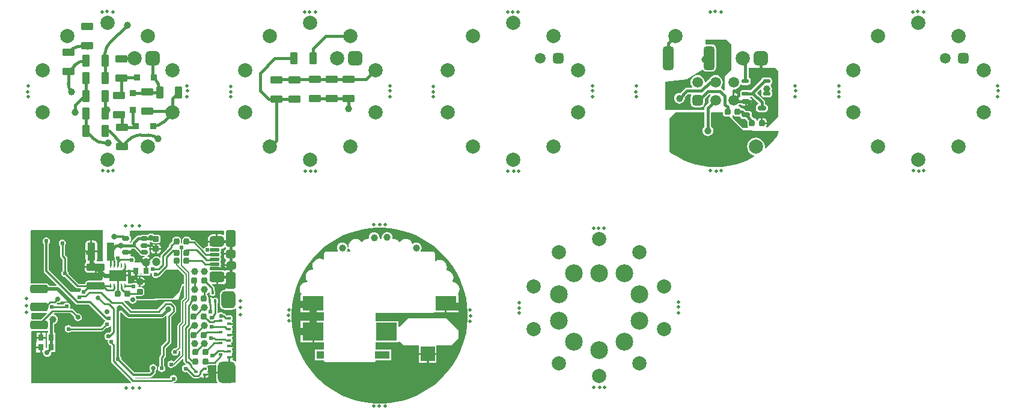
<source format=gbl>
G04 Layer_Physical_Order=2*
G04 Layer_Color=16711680*
%FSLAX25Y25*%
%MOIN*%
G70*
G01*
G75*
%ADD10R,0.03150X0.03543*%
G04:AMPARAMS|DCode=11|XSize=35.43mil|YSize=31.5mil|CornerRadius=7.87mil|HoleSize=0mil|Usage=FLASHONLY|Rotation=90.000|XOffset=0mil|YOffset=0mil|HoleType=Round|Shape=RoundedRectangle|*
%AMROUNDEDRECTD11*
21,1,0.03543,0.01575,0,0,90.0*
21,1,0.01969,0.03150,0,0,90.0*
1,1,0.01575,0.00787,0.00984*
1,1,0.01575,0.00787,-0.00984*
1,1,0.01575,-0.00787,-0.00984*
1,1,0.01575,-0.00787,0.00984*
%
%ADD11ROUNDEDRECTD11*%
G04:AMPARAMS|DCode=17|XSize=13.78mil|YSize=21.65mil|CornerRadius=3.45mil|HoleSize=0mil|Usage=FLASHONLY|Rotation=270.000|XOffset=0mil|YOffset=0mil|HoleType=Round|Shape=RoundedRectangle|*
%AMROUNDEDRECTD17*
21,1,0.01378,0.01476,0,0,270.0*
21,1,0.00689,0.02165,0,0,270.0*
1,1,0.00689,-0.00738,-0.00345*
1,1,0.00689,-0.00738,0.00345*
1,1,0.00689,0.00738,0.00345*
1,1,0.00689,0.00738,-0.00345*
%
%ADD17ROUNDEDRECTD17*%
G04:AMPARAMS|DCode=22|XSize=35.43mil|YSize=31.5mil|CornerRadius=7.87mil|HoleSize=0mil|Usage=FLASHONLY|Rotation=0.000|XOffset=0mil|YOffset=0mil|HoleType=Round|Shape=RoundedRectangle|*
%AMROUNDEDRECTD22*
21,1,0.03543,0.01575,0,0,0.0*
21,1,0.01969,0.03150,0,0,0.0*
1,1,0.01575,0.00984,-0.00787*
1,1,0.01575,-0.00984,-0.00787*
1,1,0.01575,-0.00984,0.00787*
1,1,0.01575,0.00984,0.00787*
%
%ADD22ROUNDEDRECTD22*%
G04:AMPARAMS|DCode=24|XSize=13.78mil|YSize=21.65mil|CornerRadius=3.45mil|HoleSize=0mil|Usage=FLASHONLY|Rotation=180.000|XOffset=0mil|YOffset=0mil|HoleType=Round|Shape=RoundedRectangle|*
%AMROUNDEDRECTD24*
21,1,0.01378,0.01476,0,0,180.0*
21,1,0.00689,0.02165,0,0,180.0*
1,1,0.00689,-0.00345,0.00738*
1,1,0.00689,0.00345,0.00738*
1,1,0.00689,0.00345,-0.00738*
1,1,0.00689,-0.00345,-0.00738*
%
%ADD24ROUNDEDRECTD24*%
G04:AMPARAMS|DCode=27|XSize=59.06mil|YSize=59.06mil|CornerRadius=14.76mil|HoleSize=0mil|Usage=FLASHONLY|Rotation=180.000|XOffset=0mil|YOffset=0mil|HoleType=Round|Shape=RoundedRectangle|*
%AMROUNDEDRECTD27*
21,1,0.05906,0.02953,0,0,180.0*
21,1,0.02953,0.05906,0,0,180.0*
1,1,0.02953,-0.01476,0.01476*
1,1,0.02953,0.01476,0.01476*
1,1,0.02953,0.01476,-0.01476*
1,1,0.02953,-0.01476,-0.01476*
%
%ADD27ROUNDEDRECTD27*%
G04:AMPARAMS|DCode=28|XSize=98.43mil|YSize=47.24mil|CornerRadius=11.81mil|HoleSize=0mil|Usage=FLASHONLY|Rotation=180.000|XOffset=0mil|YOffset=0mil|HoleType=Round|Shape=RoundedRectangle|*
%AMROUNDEDRECTD28*
21,1,0.09843,0.02362,0,0,180.0*
21,1,0.07480,0.04724,0,0,180.0*
1,1,0.02362,-0.03740,0.01181*
1,1,0.02362,0.03740,0.01181*
1,1,0.02362,0.03740,-0.01181*
1,1,0.02362,-0.03740,-0.01181*
%
%ADD28ROUNDEDRECTD28*%
%ADD32C,0.00984*%
%ADD33C,0.01181*%
%ADD34C,0.00787*%
%ADD35C,0.01575*%
%ADD36C,0.00906*%
%ADD37C,0.01969*%
G04:AMPARAMS|DCode=38|XSize=66.93mil|YSize=43.31mil|CornerRadius=10.83mil|HoleSize=0mil|Usage=FLASHONLY|Rotation=0.000|XOffset=0mil|YOffset=0mil|HoleType=Round|Shape=RoundedRectangle|*
%AMROUNDEDRECTD38*
21,1,0.06693,0.02165,0,0,0.0*
21,1,0.04528,0.04331,0,0,0.0*
1,1,0.02165,0.02264,-0.01083*
1,1,0.02165,-0.02264,-0.01083*
1,1,0.02165,-0.02264,0.01083*
1,1,0.02165,0.02264,0.01083*
%
%ADD38ROUNDEDRECTD38*%
G04:AMPARAMS|DCode=39|XSize=35.43mil|YSize=35.43mil|CornerRadius=8.86mil|HoleSize=0mil|Usage=FLASHONLY|Rotation=270.000|XOffset=0mil|YOffset=0mil|HoleType=Round|Shape=RoundedRectangle|*
%AMROUNDEDRECTD39*
21,1,0.03543,0.01772,0,0,270.0*
21,1,0.01772,0.03543,0,0,270.0*
1,1,0.01772,-0.00886,-0.00886*
1,1,0.01772,-0.00886,0.00886*
1,1,0.01772,0.00886,0.00886*
1,1,0.01772,0.00886,-0.00886*
%
%ADD39ROUNDEDRECTD39*%
G04:AMPARAMS|DCode=40|XSize=35.43mil|YSize=35.43mil|CornerRadius=8.86mil|HoleSize=0mil|Usage=FLASHONLY|Rotation=0.000|XOffset=0mil|YOffset=0mil|HoleType=Round|Shape=RoundedRectangle|*
%AMROUNDEDRECTD40*
21,1,0.03543,0.01772,0,0,0.0*
21,1,0.01772,0.03543,0,0,0.0*
1,1,0.01772,0.00886,-0.00886*
1,1,0.01772,-0.00886,-0.00886*
1,1,0.01772,-0.00886,0.00886*
1,1,0.01772,0.00886,0.00886*
%
%ADD40ROUNDEDRECTD40*%
G04:AMPARAMS|DCode=41|XSize=66.93mil|YSize=43.31mil|CornerRadius=10.83mil|HoleSize=0mil|Usage=FLASHONLY|Rotation=90.000|XOffset=0mil|YOffset=0mil|HoleType=Round|Shape=RoundedRectangle|*
%AMROUNDEDRECTD41*
21,1,0.06693,0.02165,0,0,90.0*
21,1,0.04528,0.04331,0,0,90.0*
1,1,0.02165,0.01083,0.02264*
1,1,0.02165,0.01083,-0.02264*
1,1,0.02165,-0.01083,-0.02264*
1,1,0.02165,-0.01083,0.02264*
%
%ADD41ROUNDEDRECTD41*%
%ADD45C,0.01969*%
%ADD46C,0.07874*%
%ADD47C,0.05906*%
%ADD48C,0.02756*%
%ADD49C,0.04724*%
%ADD50C,0.03937*%
%ADD51C,0.02441*%
%ADD52C,0.02362*%
%ADD53C,0.03150*%
%ADD54C,0.02559*%
G04:AMPARAMS|DCode=55|XSize=78.74mil|YSize=78.74mil|CornerRadius=19.69mil|HoleSize=0mil|Usage=FLASHONLY|Rotation=180.000|XOffset=0mil|YOffset=0mil|HoleType=Round|Shape=RoundedRectangle|*
%AMROUNDEDRECTD55*
21,1,0.07874,0.03937,0,0,180.0*
21,1,0.03937,0.07874,0,0,180.0*
1,1,0.03937,-0.01969,0.01969*
1,1,0.03937,0.01969,0.01969*
1,1,0.03937,0.01969,-0.01969*
1,1,0.03937,-0.01969,-0.01969*
%
%ADD55ROUNDEDRECTD55*%
%ADD56C,0.09843*%
%ADD57R,0.09370X0.06496*%
G04:AMPARAMS|DCode=58|XSize=9.84mil|YSize=27.56mil|CornerRadius=2.46mil|HoleSize=0mil|Usage=FLASHONLY|Rotation=0.000|XOffset=0mil|YOffset=0mil|HoleType=Round|Shape=RoundedRectangle|*
%AMROUNDEDRECTD58*
21,1,0.00984,0.02264,0,0,0.0*
21,1,0.00492,0.02756,0,0,0.0*
1,1,0.00492,0.00246,-0.01132*
1,1,0.00492,-0.00246,-0.01132*
1,1,0.00492,-0.00246,0.01132*
1,1,0.00492,0.00246,0.01132*
%
%ADD58ROUNDEDRECTD58*%
G04:AMPARAMS|DCode=59|XSize=102.36mil|YSize=43.31mil|CornerRadius=10.83mil|HoleSize=0mil|Usage=FLASHONLY|Rotation=90.000|XOffset=0mil|YOffset=0mil|HoleType=Round|Shape=RoundedRectangle|*
%AMROUNDEDRECTD59*
21,1,0.10236,0.02165,0,0,90.0*
21,1,0.08071,0.04331,0,0,90.0*
1,1,0.02165,0.01083,0.04035*
1,1,0.02165,0.01083,-0.04035*
1,1,0.02165,-0.01083,-0.04035*
1,1,0.02165,-0.01083,0.04035*
%
%ADD59ROUNDEDRECTD59*%
G04:AMPARAMS|DCode=60|XSize=102.36mil|YSize=43.31mil|CornerRadius=10.83mil|HoleSize=0mil|Usage=FLASHONLY|Rotation=0.000|XOffset=0mil|YOffset=0mil|HoleType=Round|Shape=RoundedRectangle|*
%AMROUNDEDRECTD60*
21,1,0.10236,0.02165,0,0,0.0*
21,1,0.08071,0.04331,0,0,0.0*
1,1,0.02165,0.04035,-0.01083*
1,1,0.02165,-0.04035,-0.01083*
1,1,0.02165,-0.04035,0.01083*
1,1,0.02165,0.04035,0.01083*
%
%ADD60ROUNDEDRECTD60*%
G04:AMPARAMS|DCode=61|XSize=23.62mil|YSize=41.34mil|CornerRadius=5.91mil|HoleSize=0mil|Usage=FLASHONLY|Rotation=90.000|XOffset=0mil|YOffset=0mil|HoleType=Round|Shape=RoundedRectangle|*
%AMROUNDEDRECTD61*
21,1,0.02362,0.02953,0,0,90.0*
21,1,0.01181,0.04134,0,0,90.0*
1,1,0.01181,0.01476,0.00591*
1,1,0.01181,0.01476,-0.00591*
1,1,0.01181,-0.01476,-0.00591*
1,1,0.01181,-0.01476,0.00591*
%
%ADD61ROUNDEDRECTD61*%
G04:AMPARAMS|DCode=62|XSize=93.5mil|YSize=55.12mil|CornerRadius=13.78mil|HoleSize=0mil|Usage=FLASHONLY|Rotation=270.000|XOffset=0mil|YOffset=0mil|HoleType=Round|Shape=RoundedRectangle|*
%AMROUNDEDRECTD62*
21,1,0.09350,0.02756,0,0,270.0*
21,1,0.06594,0.05512,0,0,270.0*
1,1,0.02756,-0.01378,-0.03297*
1,1,0.02756,-0.01378,0.03297*
1,1,0.02756,0.01378,0.03297*
1,1,0.02756,0.01378,-0.03297*
%
%ADD62ROUNDEDRECTD62*%
G04:AMPARAMS|DCode=63|XSize=46.26mil|YSize=55.12mil|CornerRadius=11.57mil|HoleSize=0mil|Usage=FLASHONLY|Rotation=270.000|XOffset=0mil|YOffset=0mil|HoleType=Round|Shape=RoundedRectangle|*
%AMROUNDEDRECTD63*
21,1,0.04626,0.03199,0,0,270.0*
21,1,0.02313,0.05512,0,0,270.0*
1,1,0.02313,-0.01599,-0.01157*
1,1,0.02313,-0.01599,0.01157*
1,1,0.02313,0.01599,0.01157*
1,1,0.02313,0.01599,-0.01157*
%
%ADD63ROUNDEDRECTD63*%
G04:AMPARAMS|DCode=64|XSize=46.26mil|YSize=51.18mil|CornerRadius=11.57mil|HoleSize=0mil|Usage=FLASHONLY|Rotation=270.000|XOffset=0mil|YOffset=0mil|HoleType=Round|Shape=RoundedRectangle|*
%AMROUNDEDRECTD64*
21,1,0.04626,0.02805,0,0,270.0*
21,1,0.02313,0.05118,0,0,270.0*
1,1,0.02313,-0.01403,-0.01157*
1,1,0.02313,-0.01403,0.01157*
1,1,0.02313,0.01403,0.01157*
1,1,0.02313,0.01403,-0.01157*
%
%ADD64ROUNDEDRECTD64*%
G04:AMPARAMS|DCode=65|XSize=58.07mil|YSize=78.74mil|CornerRadius=14.52mil|HoleSize=0mil|Usage=FLASHONLY|Rotation=270.000|XOffset=0mil|YOffset=0mil|HoleType=Round|Shape=RoundedRectangle|*
%AMROUNDEDRECTD65*
21,1,0.05807,0.04971,0,0,270.0*
21,1,0.02904,0.07874,0,0,270.0*
1,1,0.02904,-0.02485,-0.01452*
1,1,0.02904,-0.02485,0.01452*
1,1,0.02904,0.02485,0.01452*
1,1,0.02904,0.02485,-0.01452*
%
%ADD65ROUNDEDRECTD65*%
G04:AMPARAMS|DCode=66|XSize=58.07mil|YSize=82.68mil|CornerRadius=14.52mil|HoleSize=0mil|Usage=FLASHONLY|Rotation=270.000|XOffset=0mil|YOffset=0mil|HoleType=Round|Shape=RoundedRectangle|*
%AMROUNDEDRECTD66*
21,1,0.05807,0.05364,0,0,270.0*
21,1,0.02904,0.08268,0,0,270.0*
1,1,0.02904,-0.02682,-0.01452*
1,1,0.02904,-0.02682,0.01452*
1,1,0.02904,0.02682,0.01452*
1,1,0.02904,0.02682,-0.01452*
%
%ADD66ROUNDEDRECTD66*%
G04:AMPARAMS|DCode=67|XSize=17.72mil|YSize=54.33mil|CornerRadius=4.43mil|HoleSize=0mil|Usage=FLASHONLY|Rotation=90.000|XOffset=0mil|YOffset=0mil|HoleType=Round|Shape=RoundedRectangle|*
%AMROUNDEDRECTD67*
21,1,0.01772,0.04547,0,0,90.0*
21,1,0.00886,0.05433,0,0,90.0*
1,1,0.00886,0.02274,0.00443*
1,1,0.00886,0.02274,-0.00443*
1,1,0.00886,-0.02274,-0.00443*
1,1,0.00886,-0.02274,0.00443*
%
%ADD67ROUNDEDRECTD67*%
G04:AMPARAMS|DCode=68|XSize=78.74mil|YSize=94.49mil|CornerRadius=19.69mil|HoleSize=0mil|Usage=FLASHONLY|Rotation=180.000|XOffset=0mil|YOffset=0mil|HoleType=Round|Shape=RoundedRectangle|*
%AMROUNDEDRECTD68*
21,1,0.07874,0.05512,0,0,180.0*
21,1,0.03937,0.09449,0,0,180.0*
1,1,0.03937,-0.01969,0.02756*
1,1,0.03937,0.01969,0.02756*
1,1,0.03937,0.01969,-0.02756*
1,1,0.03937,-0.01969,-0.02756*
%
%ADD68ROUNDEDRECTD68*%
G04:AMPARAMS|DCode=69|XSize=118.11mil|YSize=98.43mil|CornerRadius=24.61mil|HoleSize=0mil|Usage=FLASHONLY|Rotation=270.000|XOffset=0mil|YOffset=0mil|HoleType=Round|Shape=RoundedRectangle|*
%AMROUNDEDRECTD69*
21,1,0.11811,0.04921,0,0,270.0*
21,1,0.06890,0.09843,0,0,270.0*
1,1,0.04921,-0.02461,-0.03445*
1,1,0.04921,-0.02461,0.03445*
1,1,0.04921,0.02461,0.03445*
1,1,0.04921,0.02461,-0.03445*
%
%ADD69ROUNDEDRECTD69*%
%ADD70C,0.02362*%
%ADD71C,0.01378*%
G04:AMPARAMS|DCode=72|XSize=39.37mil|YSize=21.65mil|CornerRadius=5.41mil|HoleSize=0mil|Usage=FLASHONLY|Rotation=180.000|XOffset=0mil|YOffset=0mil|HoleType=Round|Shape=RoundedRectangle|*
%AMROUNDEDRECTD72*
21,1,0.03937,0.01083,0,0,180.0*
21,1,0.02854,0.02165,0,0,180.0*
1,1,0.01083,-0.01427,0.00541*
1,1,0.01083,0.01427,0.00541*
1,1,0.01083,0.01427,-0.00541*
1,1,0.01083,-0.01427,-0.00541*
%
%ADD72ROUNDEDRECTD72*%
G04:AMPARAMS|DCode=73|XSize=23.62mil|YSize=45.28mil|CornerRadius=5.91mil|HoleSize=0mil|Usage=FLASHONLY|Rotation=270.000|XOffset=0mil|YOffset=0mil|HoleType=Round|Shape=RoundedRectangle|*
%AMROUNDEDRECTD73*
21,1,0.02362,0.03347,0,0,270.0*
21,1,0.01181,0.04528,0,0,270.0*
1,1,0.01181,-0.01673,-0.00591*
1,1,0.01181,-0.01673,0.00591*
1,1,0.01181,0.01673,0.00591*
1,1,0.01181,0.01673,-0.00591*
%
%ADD73ROUNDEDRECTD73*%
G04:AMPARAMS|DCode=74|XSize=131.89mil|YSize=59.06mil|CornerRadius=14.76mil|HoleSize=0mil|Usage=FLASHONLY|Rotation=270.000|XOffset=0mil|YOffset=0mil|HoleType=Round|Shape=RoundedRectangle|*
%AMROUNDEDRECTD74*
21,1,0.13189,0.02953,0,0,270.0*
21,1,0.10236,0.05906,0,0,270.0*
1,1,0.02953,-0.01476,-0.05118*
1,1,0.02953,-0.01476,0.05118*
1,1,0.02953,0.01476,0.05118*
1,1,0.02953,0.01476,-0.05118*
%
%ADD74ROUNDEDRECTD74*%
%ADD75C,0.00800*%
%ADD76R,0.11811X0.07874*%
%ADD77R,0.11811X0.09843*%
%ADD78R,0.07874X0.03937*%
%ADD79R,0.03937X0.03937*%
%ADD80R,0.07874X0.07874*%
%ADD81C,0.03937*%
%ADD82C,0.01000*%
G36*
X407849Y220473D02*
Y206398D01*
X404306Y202854D01*
Y197343D01*
Y195191D01*
X403806Y194984D01*
X402828Y195962D01*
X402292Y196320D01*
X402218Y196499D01*
X402157Y196880D01*
X402725Y197621D01*
X403122Y198579D01*
X403257Y199606D01*
X403122Y200634D01*
X402725Y201592D01*
X402094Y202414D01*
X401272Y203045D01*
X400314Y203442D01*
X399286Y203577D01*
X398259Y203442D01*
X397301Y203045D01*
X396479Y202414D01*
X395847Y201592D01*
X395732Y201313D01*
X395544Y201275D01*
X394958Y200884D01*
X393752Y199678D01*
X393224Y199857D01*
X393122Y200634D01*
X392725Y201592D01*
X392094Y202414D01*
X391272Y203045D01*
X390314Y203442D01*
X389286Y203577D01*
X388259Y203442D01*
X387301Y203045D01*
X386478Y202414D01*
X385847Y201592D01*
X385451Y200634D01*
X385315Y199606D01*
X385451Y198579D01*
X385847Y197621D01*
X386255Y197090D01*
X386008Y196590D01*
X383243D01*
X382552Y196452D01*
X381966Y196061D01*
X379582Y193677D01*
X379208Y193726D01*
X378437Y193625D01*
X377719Y193327D01*
X377102Y192854D01*
X376628Y192237D01*
X376331Y191519D01*
X376229Y190748D01*
X376331Y189977D01*
X376628Y189259D01*
X377102Y188642D01*
X377719Y188169D01*
X378437Y187871D01*
X379208Y187770D01*
X379978Y187871D01*
X380697Y188169D01*
X381314Y188642D01*
X381787Y189259D01*
X382084Y189977D01*
X382186Y190748D01*
X382137Y191122D01*
X383991Y192977D01*
X385515D01*
X385782Y192477D01*
X385492Y192043D01*
X385301Y191083D01*
Y188130D01*
X385492Y187170D01*
X386036Y186356D01*
X386850Y185812D01*
X387810Y185621D01*
X390763D01*
X391723Y185812D01*
X392537Y186356D01*
X393081Y187170D01*
X393272Y188130D01*
Y190469D01*
X395681Y192879D01*
X396321D01*
X396405Y192632D01*
X396451Y192379D01*
X395847Y191592D01*
X395451Y190634D01*
X395315Y189606D01*
X395451Y188579D01*
X395525Y188400D01*
X393580Y186454D01*
X393188Y185869D01*
X393051Y185177D01*
Y184220D01*
X371589Y184155D01*
X371235Y184508D01*
Y200098D01*
X383243Y201181D01*
X392129Y206567D01*
X392375Y206199D01*
X393189Y205655D01*
X394149Y205464D01*
X397102D01*
X398062Y205655D01*
X398876Y206199D01*
X399420Y207012D01*
X399611Y207973D01*
Y218209D01*
X399420Y219169D01*
X398876Y219983D01*
X398062Y220527D01*
X397102Y220718D01*
X394149D01*
X393957Y220679D01*
X393578Y221005D01*
X393676Y223327D01*
X404995D01*
X407849Y220473D01*
D02*
G37*
G36*
X433834Y206102D02*
Y180413D01*
X427977Y174557D01*
X427622Y174595D01*
X427380Y175088D01*
X427447Y175189D01*
X427585Y175886D01*
Y176370D01*
X424975D01*
Y176870D01*
X424475D01*
Y179677D01*
X424188D01*
X423491Y179538D01*
X422899Y179143D01*
X422504Y178552D01*
X422466Y178361D01*
X421956D01*
X421920Y178546D01*
X421528Y179132D01*
X420942Y179523D01*
X420448Y179622D01*
X419275Y180794D01*
X419298Y180905D01*
Y182087D01*
X419175Y182701D01*
X418827Y183222D01*
X418306Y183570D01*
X417692Y183692D01*
X416377D01*
X415426Y184643D01*
X414840Y185035D01*
X414149Y185172D01*
X413762D01*
X413457Y185628D01*
X412871Y186019D01*
X412180Y186157D01*
X412062D01*
X411901Y186630D01*
X412106Y186787D01*
X412530Y187340D01*
X413141Y187326D01*
X413199Y187239D01*
X413725Y186888D01*
X414346Y186764D01*
X415519D01*
Y188976D01*
X416019D01*
Y189476D01*
X419314D01*
Y189567D01*
X419190Y190188D01*
X418839Y190714D01*
X418409Y191001D01*
X418490Y191495D01*
X418492Y191501D01*
X419306D01*
X422921Y187886D01*
X422793Y187351D01*
X422589Y187310D01*
X422068Y186962D01*
X421720Y186441D01*
X421598Y185827D01*
Y184646D01*
X421720Y184031D01*
X422068Y183510D01*
X422589Y183162D01*
X423204Y183040D01*
X426550D01*
X427165Y183162D01*
X427686Y183510D01*
X428034Y184031D01*
X428156Y184646D01*
Y185827D01*
X428034Y186441D01*
X427686Y186962D01*
X427165Y187310D01*
X426683Y187406D01*
Y188484D01*
X426546Y189175D01*
X426154Y189762D01*
X422264Y193652D01*
X424102Y195489D01*
X424629Y195310D01*
X424658Y195095D01*
X424829Y194682D01*
X424670Y194444D01*
X424552Y193849D01*
Y192766D01*
X424670Y192171D01*
X425007Y191666D01*
X425512Y191329D01*
X426107Y191210D01*
X428962D01*
X429557Y191329D01*
X430061Y191666D01*
X430399Y192171D01*
X430517Y192766D01*
Y193849D01*
X430399Y194444D01*
X430240Y194682D01*
X430411Y195095D01*
X430513Y195866D01*
X430411Y196637D01*
X430114Y197355D01*
X429779Y197792D01*
X429821Y198331D01*
X429869Y198427D01*
X430061Y198556D01*
X430399Y199060D01*
X430517Y199655D01*
Y200738D01*
X430399Y201333D01*
X430061Y201838D01*
X429557Y202175D01*
X428962Y202294D01*
X426107D01*
X425512Y202175D01*
X425007Y201838D01*
X424670Y201333D01*
X424629Y201125D01*
X418617Y195114D01*
X418003D01*
X417746Y195285D01*
X417151Y195404D01*
X414296D01*
X413701Y195285D01*
X413196Y194948D01*
X412859Y194444D01*
X412741Y193849D01*
Y192766D01*
X412834Y192298D01*
X412366Y192086D01*
X412106Y192426D01*
X411280Y193059D01*
X410318Y193457D01*
X409786Y193527D01*
Y189606D01*
X408786D01*
Y193656D01*
X408538Y193874D01*
Y195355D01*
X408914Y195684D01*
X409286Y195635D01*
X410314Y195771D01*
X411272Y196167D01*
X412094Y196798D01*
X412725Y197621D01*
X412936Y198128D01*
X413555Y198316D01*
X413701Y198219D01*
X414296Y198100D01*
X417151D01*
X417746Y198219D01*
X418251Y198556D01*
X418588Y199060D01*
X418706Y199655D01*
Y200738D01*
X418588Y201333D01*
X418251Y201838D01*
X417746Y202175D01*
X417530Y202218D01*
Y207677D01*
X432259D01*
X433834Y206102D01*
D02*
G37*
G36*
X409328Y181105D02*
X409914Y180713D01*
X410605Y180576D01*
X412180D01*
X412435Y180626D01*
X412851Y180348D01*
X412862Y180291D01*
X413210Y179770D01*
X413731Y179422D01*
X414346Y179300D01*
X415660D01*
X416909Y178051D01*
X416870Y177854D01*
Y175886D01*
X417007Y175195D01*
X417198Y174909D01*
X416931Y174409D01*
X414050D01*
X408538Y179921D01*
Y181386D01*
X409038Y181538D01*
X409328Y181105D01*
D02*
G37*
G36*
X393051Y182877D02*
Y174996D01*
X392850Y174841D01*
X392376Y174224D01*
X392079Y173506D01*
X391977Y172735D01*
X392079Y171964D01*
X392376Y171246D01*
X392850Y170629D01*
X393466Y170156D01*
X394185Y169858D01*
X394955Y169757D01*
X395726Y169858D01*
X396445Y170156D01*
X397061Y170629D01*
X397535Y171246D01*
X397832Y171964D01*
X397934Y172735D01*
X397832Y173506D01*
X397535Y174224D01*
X397061Y174841D01*
X396664Y175146D01*
Y182509D01*
X397018Y182862D01*
X403287Y182837D01*
Y182382D01*
X403425Y181691D01*
X403816Y181105D01*
X404402Y180713D01*
X405093Y180576D01*
X406668D01*
X407082Y180658D01*
X414346Y173031D01*
X419365D01*
X419857Y172539D01*
X433882D01*
X434164Y172126D01*
X433194Y169659D01*
X431549Y167515D01*
X429067Y164806D01*
X426963Y162878D01*
X426491Y163124D01*
X426586Y163844D01*
X426417Y165129D01*
X425921Y166326D01*
X425132Y167354D01*
X424104Y168143D01*
X422907Y168639D01*
X421622Y168808D01*
X420337Y168639D01*
X419140Y168143D01*
X418112Y167354D01*
X417323Y166326D01*
X416828Y165129D01*
X416658Y163844D01*
X416828Y162559D01*
X417323Y161362D01*
X418112Y160334D01*
X419140Y159545D01*
X420337Y159049D01*
X420766Y158993D01*
X420861Y158502D01*
X418146Y156969D01*
X417085Y156416D01*
X413691Y155010D01*
X410187Y153906D01*
X406600Y153110D01*
X402957Y152631D01*
X399286Y152471D01*
X395616Y152631D01*
X391973Y153110D01*
X388386Y153906D01*
X384882Y155010D01*
X381487Y156416D01*
X378228Y158113D01*
X375130Y160087D01*
X373696Y161187D01*
Y179626D01*
X377008Y182939D01*
X393051Y182877D01*
D02*
G37*
G36*
X126361Y117349D02*
X126732Y116848D01*
X126611Y116240D01*
Y115024D01*
X126170Y114788D01*
X125954Y114933D01*
X124997Y115123D01*
X123012D01*
Y111171D01*
X122512D01*
Y110671D01*
X117527D01*
Y109720D01*
X117677Y108966D01*
X117627Y108845D01*
X117393Y108518D01*
X117317Y108461D01*
X116700Y108338D01*
X116035Y107895D01*
X115732Y107440D01*
X115139Y107326D01*
X110765Y111700D01*
X110342Y111983D01*
X109843Y112082D01*
X108200D01*
Y112254D01*
X108078Y112868D01*
X107730Y113389D01*
X107209Y113737D01*
X106595Y113860D01*
X105020D01*
X104405Y113737D01*
X103884Y113389D01*
X103536Y112868D01*
X103414Y112254D01*
Y110400D01*
X103301Y110264D01*
X103132D01*
X102688Y110717D01*
Y112254D01*
X102566Y112868D01*
X102218Y113389D01*
X101697Y113737D01*
X101083Y113860D01*
X99508D01*
X98893Y113737D01*
X98373Y113389D01*
X98024Y112868D01*
X97902Y112254D01*
Y111320D01*
X97050Y110468D01*
X96632Y110188D01*
X96459Y110016D01*
X96177Y109593D01*
X96077Y109094D01*
Y108511D01*
X95107Y107541D01*
X94939Y107429D01*
X91836Y104325D01*
X91553Y103902D01*
X91453Y103402D01*
Y102627D01*
X90953Y102381D01*
X90663Y102604D01*
X89897Y102921D01*
X89075Y103029D01*
X88253Y102921D01*
X87486Y102604D01*
X86829Y102099D01*
X86556Y101744D01*
X85927Y101743D01*
X85764Y101955D01*
X85062Y102494D01*
X84244Y102833D01*
X83960Y102870D01*
X83957Y103369D01*
X84494Y103476D01*
X84950Y103780D01*
X85255Y104236D01*
X85362Y104774D01*
Y105955D01*
X85255Y106492D01*
X84950Y106948D01*
X85140Y107422D01*
X85455Y107893D01*
X85578Y108514D01*
Y108604D01*
X82480D01*
Y109604D01*
X85578D01*
Y109695D01*
X85455Y110316D01*
X85273Y110587D01*
X85574Y111037D01*
X86122Y110928D01*
X86477Y110999D01*
X86660Y110725D01*
X87181Y110377D01*
X87795Y110255D01*
X89764D01*
X90378Y110377D01*
X90899Y110725D01*
X91247Y111246D01*
X91369Y111860D01*
Y113435D01*
X91247Y114050D01*
X90899Y114570D01*
X90378Y114919D01*
X89764Y115041D01*
X87824D01*
X87044Y115562D01*
X86122Y115745D01*
X85200Y115562D01*
X84419Y115040D01*
X84247Y114782D01*
X83957Y114840D01*
X81004D01*
X80466Y114733D01*
X80043Y114450D01*
X78937D01*
X78937Y114450D01*
X78323Y114328D01*
X77802Y113980D01*
X77802Y113980D01*
X75538Y111716D01*
X75190Y111195D01*
X75095Y110720D01*
X74613Y110496D01*
X74347Y110613D01*
X74324Y111131D01*
X74517Y111261D01*
X74822Y111716D01*
X74929Y112254D01*
Y113435D01*
X74822Y113973D01*
X74517Y114429D01*
X74213Y114632D01*
Y117081D01*
X74567Y117434D01*
X126361Y117349D01*
D02*
G37*
G36*
X79554Y104442D02*
X79682Y104356D01*
X79706Y104236D01*
X80010Y103780D01*
X80466Y103476D01*
X81004Y103369D01*
X82729D01*
X82761Y102869D01*
X82488Y102833D01*
X81670Y102494D01*
X80968Y101955D01*
X80429Y101253D01*
X80090Y100435D01*
X79975Y99557D01*
X79914Y99488D01*
X77176D01*
X76909Y99988D01*
X77088Y100256D01*
X77244Y101040D01*
X77088Y101823D01*
X76644Y102487D01*
X75980Y102931D01*
X75197Y103087D01*
X75160Y103080D01*
X74609Y103477D01*
X74596Y103578D01*
X74670Y103627D01*
X75022Y104153D01*
X75145Y104774D01*
Y104864D01*
X72047D01*
Y105864D01*
X75145D01*
Y105955D01*
X75022Y106575D01*
X74934Y106707D01*
X75201Y107207D01*
X76319D01*
X76319Y107207D01*
X76710Y107285D01*
X79554Y104442D01*
D02*
G37*
G36*
X59449Y117439D02*
X59449Y100303D01*
X56122D01*
X55886Y100744D01*
X55997Y100910D01*
X56159Y101723D01*
Y105258D01*
X52953D01*
X49747D01*
Y101723D01*
X49908Y100910D01*
X50188Y100491D01*
X50111Y99837D01*
X49876Y99681D01*
X49416Y98992D01*
X49255Y98179D01*
Y97597D01*
X55413D01*
Y97097D01*
X55913D01*
Y93890D01*
X59449D01*
Y90502D01*
X58403Y89456D01*
X51378D01*
X50648Y89311D01*
X50030Y88898D01*
X49616Y88279D01*
X49515Y87771D01*
X45914D01*
X40301Y93385D01*
X40335Y93553D01*
X40179Y94337D01*
X39735Y95001D01*
X39592Y95096D01*
Y101924D01*
X39493Y102423D01*
X39210Y102846D01*
X38214Y103842D01*
Y108742D01*
X38357Y108838D01*
X38801Y109502D01*
X38957Y110285D01*
X38801Y111069D01*
X38357Y111733D01*
X37693Y112177D01*
X36909Y112333D01*
X36126Y112177D01*
X35462Y111733D01*
X35018Y111069D01*
X34862Y110285D01*
X35018Y109502D01*
X35462Y108838D01*
X35605Y108742D01*
Y103302D01*
X35704Y102803D01*
X35987Y102379D01*
X36983Y101383D01*
Y95096D01*
X36840Y95001D01*
X36396Y94337D01*
X36240Y93553D01*
X36396Y92770D01*
X36840Y92106D01*
X37504Y91662D01*
X38287Y91506D01*
X38456Y91540D01*
X44451Y85544D01*
X44875Y85261D01*
X45374Y85162D01*
X47036D01*
X47204Y84662D01*
X46829Y84100D01*
X46673Y83317D01*
X41521D01*
X29358Y95480D01*
Y109991D01*
X29400Y110019D01*
X29844Y110683D01*
X30000Y111467D01*
X29844Y112250D01*
X29400Y112914D01*
X28736Y113358D01*
X27953Y113514D01*
X27169Y113358D01*
X26505Y112914D01*
X26061Y112250D01*
X25905Y111467D01*
X26061Y110683D01*
X26505Y110019D01*
X26548Y109991D01*
Y94898D01*
X26655Y94361D01*
X26959Y93905D01*
X33792Y87072D01*
X33601Y86610D01*
X29737D01*
X29709Y86752D01*
X29274Y87404D01*
X28622Y87839D01*
X27854Y87991D01*
X20374D01*
X19693Y87856D01*
X19193Y88118D01*
Y117181D01*
X19547Y117534D01*
X59449Y117439D01*
D02*
G37*
G36*
X127343Y107917D02*
X127545Y107782D01*
Y107282D01*
X127259Y107091D01*
X126783Y106378D01*
X126615Y105536D01*
Y104880D01*
X130413D01*
Y103880D01*
X126615D01*
Y103224D01*
X126783Y102382D01*
X127259Y101669D01*
X127736Y101350D01*
X127758Y100764D01*
X127653Y100694D01*
X127176Y99980D01*
X127009Y99139D01*
Y98482D01*
X130610D01*
Y97482D01*
X127009D01*
Y96826D01*
X127176Y95985D01*
X127501Y95499D01*
X127401Y94991D01*
X127013Y94803D01*
X126347Y95248D01*
X125391Y95438D01*
X125346D01*
X125122Y95711D01*
X121331D01*
Y96711D01*
X125064D01*
X124963Y97217D01*
X124653Y97682D01*
X124763Y97847D01*
X124859Y98327D01*
Y99213D01*
X124763Y99693D01*
X124525Y100049D01*
X124763Y100406D01*
X124859Y100886D01*
Y101772D01*
X124763Y102252D01*
X124525Y102608D01*
X124763Y102965D01*
X124859Y103445D01*
Y104331D01*
X124763Y104811D01*
X124525Y105167D01*
X124763Y105524D01*
X124859Y106004D01*
Y106890D01*
X125291Y107278D01*
X125954Y107410D01*
X126765Y107952D01*
X126786Y107984D01*
X127209D01*
X127343Y107917D01*
D02*
G37*
G36*
X104308Y92599D02*
Y87882D01*
X103946Y87571D01*
X103808Y87561D01*
X103742Y87568D01*
X103683Y87550D01*
X103622Y87548D01*
X103534Y87507D01*
X103441Y87480D01*
X103394Y87441D01*
X103338Y87415D01*
X103273Y87344D01*
X103197Y87283D01*
X103168Y87229D01*
X103127Y87184D01*
X103094Y87093D01*
X103047Y87008D01*
X101990Y83634D01*
X99410Y81053D01*
X98086Y79729D01*
X78011Y79303D01*
X77925Y79733D01*
X77526Y80331D01*
X77706Y80831D01*
X78995D01*
X79495Y80931D01*
X79632Y81022D01*
X80807D01*
X81422Y81145D01*
X81942Y81493D01*
X82291Y82014D01*
X82413Y82628D01*
Y84203D01*
X82291Y84817D01*
X81942Y85338D01*
X81422Y85686D01*
X80807Y85808D01*
X79079D01*
X78906Y86077D01*
X79061Y86317D01*
X79323D01*
Y88427D01*
X76852D01*
X76516Y88152D01*
X76181Y88219D01*
X75398Y88063D01*
X75256Y87968D01*
X73779D01*
X73303Y88026D01*
Y91774D01*
X67618D01*
Y92774D01*
X73303D01*
Y95522D01*
X74214D01*
Y95325D01*
X75083Y94994D01*
Y92159D01*
X80232D01*
Y93750D01*
X80807D01*
Y92372D01*
X85532D01*
Y93750D01*
X86283D01*
X86694Y93250D01*
X86637Y92966D01*
X86793Y92182D01*
X87237Y91518D01*
X87901Y91074D01*
X88684Y90918D01*
X89468Y91074D01*
X90132Y91518D01*
X90264Y91715D01*
X90493Y91760D01*
X90916Y92043D01*
X92622Y93750D01*
X93017D01*
Y94144D01*
X94394Y95522D01*
X101385D01*
X104308Y92599D01*
D02*
G37*
G36*
X123209Y87535D02*
X125391D01*
X126111Y87678D01*
X126611Y87346D01*
Y86417D01*
X126795Y85490D01*
X127174Y84923D01*
X127020Y84550D01*
X126918Y84417D01*
X126249Y84329D01*
X125579Y84051D01*
X125003Y83609D01*
X124561Y83034D01*
X124284Y82363D01*
X124189Y81644D01*
Y76132D01*
X124284Y75412D01*
X124561Y74742D01*
X125003Y74166D01*
X125579Y73725D01*
X126249Y73447D01*
X126969Y73352D01*
X130905D01*
X131625Y73447D01*
X132295Y73725D01*
X132866Y74163D01*
X132890Y74160D01*
X133366Y73990D01*
X133366Y44856D01*
X132866Y44609D01*
X132355Y45001D01*
X131514Y45350D01*
X131410Y45364D01*
X131315Y45509D01*
X131211Y45894D01*
X131434Y46227D01*
X131507Y46597D01*
X129429D01*
Y47597D01*
X131507D01*
X131434Y47966D01*
X131137Y48410D01*
X131005Y48498D01*
X130984Y49080D01*
X130997Y49105D01*
X131234Y49460D01*
X131321Y49902D01*
Y50591D01*
X131234Y51032D01*
X131057Y51296D01*
X131050Y51696D01*
X131103Y51928D01*
X131137Y51951D01*
X131434Y52395D01*
X131507Y52764D01*
X129429D01*
Y53764D01*
X131507D01*
X131434Y54134D01*
X131137Y54578D01*
X131005Y54667D01*
X130984Y55248D01*
X130997Y55273D01*
X131234Y55628D01*
X131321Y56070D01*
Y56759D01*
X131234Y57200D01*
X131057Y57464D01*
X131050Y57864D01*
X131103Y58096D01*
X131137Y58119D01*
X131434Y58563D01*
X131507Y58933D01*
X129429D01*
Y59933D01*
X131507D01*
X131434Y60302D01*
X131137Y60746D01*
X131005Y60834D01*
X130984Y61416D01*
X130997Y61441D01*
X131234Y61796D01*
X131321Y62238D01*
Y62927D01*
X131234Y63368D01*
X131057Y63632D01*
X131050Y64032D01*
X131103Y64264D01*
X131137Y64287D01*
X131434Y64731D01*
X131507Y65101D01*
X129429D01*
Y66101D01*
X131507D01*
X131434Y66470D01*
X131137Y66914D01*
X131005Y67002D01*
X130984Y67584D01*
X130997Y67609D01*
X131234Y67964D01*
X131321Y68406D01*
Y69095D01*
X131234Y69536D01*
X130983Y69911D01*
X130609Y70161D01*
X130167Y70249D01*
X128691D01*
X128249Y70161D01*
X128096Y70058D01*
X127298Y70856D01*
X126875Y71138D01*
X126461Y71221D01*
X126354Y71381D01*
X125690Y71825D01*
X124907Y71980D01*
X124123Y71825D01*
X123556Y71446D01*
X123207Y71560D01*
X123056Y71667D01*
Y76860D01*
X123163Y77019D01*
X123250Y77461D01*
Y78937D01*
X123163Y79379D01*
X122913Y79753D01*
X122538Y80003D01*
X122097Y80091D01*
X121407D01*
X120966Y80003D01*
X120611Y79766D01*
X120586Y79753D01*
X120004Y79774D01*
X119916Y79906D01*
X119471Y80204D01*
X119102Y80277D01*
Y78199D01*
X118102D01*
Y80363D01*
X117699Y80707D01*
X117625Y81077D01*
X117277Y81598D01*
X117113Y81708D01*
X117129Y82183D01*
X117181Y82205D01*
X117757Y82647D01*
X118179Y83196D01*
X118230Y83200D01*
X118679Y82982D01*
Y82185D01*
X118766Y81744D01*
X119017Y81369D01*
X119391Y81119D01*
X119833Y81031D01*
X120522D01*
X120963Y81119D01*
X121338Y81369D01*
X121588Y81744D01*
X121676Y82185D01*
Y83662D01*
X121588Y84103D01*
X121383Y84409D01*
Y85187D01*
X121284Y85686D01*
X121001Y86110D01*
X120076Y87035D01*
X120283Y87535D01*
X122209D01*
Y91486D01*
X123209D01*
Y87535D01*
D02*
G37*
G36*
X104308Y86692D02*
Y80240D01*
X103815Y79747D01*
X103815Y79747D01*
X103815Y79747D01*
X102859Y78791D01*
X102598Y78400D01*
X102506Y77940D01*
X102506Y77940D01*
Y66781D01*
X101087Y65362D01*
X100826Y64971D01*
X100734Y64510D01*
X100734Y64510D01*
Y52872D01*
X99736Y51873D01*
X99449Y51930D01*
X98665Y51775D01*
X98001Y51331D01*
X97557Y50667D01*
X97402Y49883D01*
X97557Y49100D01*
X98001Y48436D01*
X98665Y47992D01*
X99449Y47836D01*
X100232Y47992D01*
X100896Y48436D01*
X101340Y49100D01*
X101496Y49883D01*
X101439Y50170D01*
X101847Y50579D01*
X102309Y50387D01*
Y48353D01*
X98558Y44601D01*
X98031Y44953D01*
X97248Y45109D01*
X96465Y44953D01*
X95800Y44509D01*
X95357Y43845D01*
X95201Y43062D01*
X95357Y42278D01*
X95800Y41614D01*
X96465Y41170D01*
X97248Y41015D01*
X98031Y41170D01*
X98696Y41614D01*
X98879Y41889D01*
X99182Y41949D01*
X99573Y42210D01*
X103382Y46020D01*
X103882Y45813D01*
Y45090D01*
X103981Y44591D01*
X104264Y44168D01*
X105171Y43261D01*
X105232Y43220D01*
X105230Y43166D01*
X105082Y42719D01*
X104433Y42590D01*
X103769Y42147D01*
X103325Y41482D01*
X103169Y40699D01*
X103325Y39915D01*
X103769Y39251D01*
X104433Y38807D01*
X105217Y38652D01*
X105987Y38805D01*
X108977Y35815D01*
X109400Y35533D01*
X109899Y35433D01*
X112345D01*
X112844Y35533D01*
X113267Y35815D01*
X113587Y36135D01*
X114085Y36086D01*
X114139Y36006D01*
X114584Y35709D01*
X115108Y35604D01*
X115347D01*
Y37319D01*
X115847D01*
Y37819D01*
X117924D01*
X117851Y38189D01*
X117554Y38633D01*
X117422Y38721D01*
X117401Y39303D01*
X117414Y39328D01*
X117651Y39683D01*
X117739Y40125D01*
Y40814D01*
X117651Y41255D01*
X117401Y41630D01*
X117325Y41680D01*
X117431Y42211D01*
X117711Y42267D01*
X118231Y42615D01*
X118250Y42642D01*
X121161D01*
X121661Y42742D01*
X121808Y42840D01*
X122274Y42550D01*
X122198Y41978D01*
Y39034D01*
X128150D01*
Y38034D01*
X122198D01*
Y35089D01*
X122317Y34185D01*
X122666Y33343D01*
X122907Y33030D01*
X122660Y32530D01*
X99006D01*
X98719Y33030D01*
X98753Y33087D01*
X99307Y33197D01*
X99971Y33641D01*
X100415Y34305D01*
X100571Y35089D01*
X100415Y35872D01*
X99971Y36536D01*
X99307Y36980D01*
X98524Y37136D01*
X97740Y36980D01*
X97076Y36536D01*
X96632Y35872D01*
X96501Y35212D01*
X77118D01*
X77092Y35251D01*
X77359Y35751D01*
X85731D01*
X86269Y35858D01*
X86725Y36162D01*
X88300Y37737D01*
X88605Y38193D01*
X88712Y38731D01*
Y39546D01*
X88797Y39603D01*
X89254Y40287D01*
X89414Y41093D01*
X89254Y41899D01*
X88797Y42583D01*
X88113Y43040D01*
X87307Y43200D01*
X86500Y43040D01*
X85816Y42583D01*
X85360Y41899D01*
X85199Y41093D01*
X85360Y40287D01*
X85816Y39603D01*
X85703Y39114D01*
X85149Y38561D01*
X76960D01*
X69754Y45767D01*
X69764Y45817D01*
X69608Y46600D01*
X69164Y47265D01*
X69121Y47293D01*
Y71734D01*
X69621Y71941D01*
X72373Y69190D01*
X72894Y68841D01*
X73508Y68719D01*
X73509Y68719D01*
X92266D01*
X92266Y68719D01*
X92880Y68841D01*
X93401Y69190D01*
X94244Y70032D01*
X94580Y69910D01*
X94719Y69800D01*
Y56102D01*
X92089Y53472D01*
X91807Y53049D01*
X91707Y52549D01*
Y48469D01*
X91109Y47871D01*
X90826Y47447D01*
X90727Y46948D01*
Y42341D01*
X90584Y42245D01*
X90140Y41581D01*
X89984Y40798D01*
X90140Y40014D01*
X90584Y39350D01*
X91248Y38906D01*
X92031Y38751D01*
X92815Y38906D01*
X93479Y39350D01*
X93923Y40014D01*
X94078Y40798D01*
X93923Y41581D01*
X93479Y42245D01*
X93336Y42341D01*
Y46408D01*
X93934Y47006D01*
X94217Y47430D01*
X94316Y47929D01*
Y52009D01*
X96946Y54639D01*
X97229Y55062D01*
X97328Y55561D01*
Y69319D01*
X99450Y71441D01*
X99733Y71864D01*
X99832Y72363D01*
Y74907D01*
X99733Y75406D01*
X99450Y75829D01*
X97774Y77505D01*
X97351Y77788D01*
X96851Y77887D01*
X94390D01*
X93891Y77788D01*
X93467Y77505D01*
X89658Y73696D01*
X75349D01*
X71191Y77855D01*
X71394Y78359D01*
X73773Y78409D01*
X73846Y78043D01*
X74325Y77327D01*
X75041Y76848D01*
X75886Y76680D01*
X76731Y76848D01*
X77447Y77327D01*
X77925Y78043D01*
X78016Y78500D01*
X101378Y78996D01*
X103813Y86768D01*
X104308Y86692D01*
D02*
G37*
G36*
X20374Y71615D02*
X27854D01*
X27915Y71627D01*
X28162Y71166D01*
X24987Y67991D01*
X20374D01*
X20170Y67951D01*
X19783Y68268D01*
Y71338D01*
X20170Y71656D01*
X20374Y71615D01*
D02*
G37*
G36*
X44190Y76674D02*
X44646Y76369D01*
X45184Y76262D01*
X51721D01*
X60227Y67757D01*
X60523Y67559D01*
X60579Y67064D01*
X60557Y66981D01*
X60365Y66853D01*
X59922Y66189D01*
X59786Y65508D01*
X58231Y63952D01*
X41867D01*
X41705Y64195D01*
X41040Y64639D01*
X40257Y64795D01*
X39474Y64639D01*
X38809Y64195D01*
X38366Y63531D01*
X38210Y62748D01*
X38366Y61964D01*
X38809Y61300D01*
X39474Y60856D01*
X40257Y60701D01*
X41040Y60856D01*
X41076Y60880D01*
X41362Y60937D01*
X41785Y61220D01*
X41909Y61343D01*
X58771D01*
X59271Y61442D01*
X59694Y61725D01*
X61407Y63439D01*
X61813Y63358D01*
X62597Y63514D01*
X63261Y63958D01*
X63451Y64243D01*
X63951Y64091D01*
Y61515D01*
X63008Y60571D01*
X62735Y60754D01*
X62236Y60853D01*
X61737Y60754D01*
X61313Y60471D01*
X61277Y60417D01*
X60788Y60090D01*
X60344Y59426D01*
X60189Y58643D01*
X60344Y57859D01*
X60788Y57195D01*
X61452Y56751D01*
X61763Y56689D01*
X62186Y56444D01*
X62030Y55661D01*
X62186Y54877D01*
X62629Y54213D01*
X63294Y53769D01*
X63465Y53735D01*
X63912Y53289D01*
Y44782D01*
X64011Y44282D01*
X64294Y43859D01*
X75123Y33030D01*
X75100Y32843D01*
X74950Y32530D01*
X19783D01*
X19783Y61339D01*
X20170Y61656D01*
X20374Y61615D01*
X27854D01*
X28505Y61744D01*
X29005Y61468D01*
Y60482D01*
X28248D01*
Y55364D01*
X28248Y55364D01*
X28165Y55061D01*
X28165Y55061D01*
X28165Y54899D01*
Y52182D01*
X28091Y52147D01*
X27591Y52464D01*
Y55152D01*
X27673D01*
Y57423D01*
X25098D01*
X22524D01*
Y55274D01*
X22441D01*
Y53002D01*
X25016D01*
Y52502D01*
X25516D01*
Y49730D01*
X26015D01*
X26238Y49460D01*
X26406Y48615D01*
X26884Y47899D01*
X27600Y47420D01*
X28445Y47252D01*
X29290Y47420D01*
X30007Y47899D01*
X30485Y48615D01*
X30653Y49460D01*
X30633Y49560D01*
X30972Y49943D01*
X32890D01*
Y55061D01*
X32890Y55061D01*
X32972Y55364D01*
X32972Y55364D01*
X32972Y55527D01*
Y60482D01*
X32216D01*
Y65378D01*
X32216Y65378D01*
X32886Y65656D01*
X33462Y66097D01*
X33904Y66673D01*
X34182Y67343D01*
X34276Y68063D01*
X34182Y68782D01*
X33904Y69453D01*
X33462Y70028D01*
X32886Y70470D01*
X32216Y70748D01*
X32159Y70755D01*
X32138Y71247D01*
X32638Y71346D01*
X32810Y71461D01*
X41412D01*
X43425Y69448D01*
X43364Y69146D01*
X43532Y68301D01*
X44011Y67585D01*
X44727Y67106D01*
X45572Y66938D01*
X46417Y67106D01*
X47133Y67585D01*
X47612Y68301D01*
X47780Y69146D01*
X47612Y69990D01*
X47133Y70707D01*
X46417Y71185D01*
X45572Y71353D01*
X45270Y71293D01*
X42875Y73688D01*
X42451Y73971D01*
X41952Y74070D01*
X41365D01*
X41129Y74511D01*
X41164Y74563D01*
X41320Y75347D01*
X41164Y76130D01*
X40720Y76794D01*
X40056Y77238D01*
X39273Y77394D01*
X38489Y77238D01*
X37825Y76794D01*
X37532Y76356D01*
X33878D01*
X33671Y76856D01*
X34050Y77235D01*
X34351Y77175D01*
X35196Y77343D01*
X35912Y77821D01*
X36033Y78002D01*
X42862D01*
X44190Y76674D01*
D02*
G37*
G36*
X218656Y118597D02*
X222445Y117997D01*
X226175Y117101D01*
X229824Y115916D01*
X233368Y114447D01*
X236786Y112706D01*
X240057Y110702D01*
X243161Y108447D01*
X246078Y105955D01*
X248790Y103243D01*
X251282Y100326D01*
X253537Y97222D01*
X255541Y93951D01*
X257283Y90533D01*
X258751Y86989D01*
X259936Y83340D01*
X260832Y79610D01*
X261432Y75821D01*
X261733Y71997D01*
Y68161D01*
X261432Y64336D01*
X260832Y60547D01*
X259936Y56817D01*
X258751Y53169D01*
X257283Y49624D01*
X255541Y46206D01*
X253537Y42935D01*
X251282Y39832D01*
X248790Y36915D01*
X246078Y34202D01*
X243161Y31711D01*
X240057Y29456D01*
X236786Y27452D01*
X233368Y25710D01*
X229824Y24242D01*
X226175Y23056D01*
X222445Y22161D01*
X218656Y21561D01*
X214832Y21260D01*
X210996D01*
X207171Y21561D01*
X203382Y22161D01*
X199652Y23056D01*
X196004Y24242D01*
X192459Y25710D01*
X189041Y27452D01*
X185771Y29456D01*
X182667Y31711D01*
X179750Y34202D01*
X177037Y36915D01*
X174546Y39832D01*
X172291Y42935D01*
X170287Y46206D01*
X168545Y49624D01*
X167077Y53169D01*
X165892Y56817D01*
X164996Y60547D01*
X164396Y64336D01*
X164095Y68161D01*
Y71997D01*
X164396Y75821D01*
X164996Y79610D01*
X165892Y83340D01*
X167077Y86989D01*
X168545Y90533D01*
X170287Y93951D01*
X172291Y97222D01*
X174546Y100326D01*
X177037Y103243D01*
X179750Y105955D01*
X182667Y108447D01*
X185771Y110702D01*
X189041Y112706D01*
X192459Y114447D01*
X196004Y115916D01*
X199652Y117101D01*
X203382Y117997D01*
X207171Y118597D01*
X210996Y118898D01*
X214832D01*
X218656Y118597D01*
D02*
G37*
%LPC*%
G36*
X419314Y188476D02*
X416519D01*
Y186764D01*
X417692D01*
X418313Y186888D01*
X418839Y187239D01*
X419190Y187765D01*
X419314Y188386D01*
Y188476D01*
D02*
G37*
G36*
X425763Y179677D02*
X425475D01*
Y177370D01*
X427585D01*
Y177854D01*
X427447Y178552D01*
X427051Y179143D01*
X426460Y179538D01*
X425763Y179677D01*
D02*
G37*
G36*
X122012Y115123D02*
X120027D01*
X119070Y114933D01*
X118259Y114391D01*
X117717Y113580D01*
X117527Y112623D01*
Y111671D01*
X122012D01*
Y115123D01*
D02*
G37*
G36*
X89764Y109746D02*
X89280D01*
Y107636D01*
X91586D01*
Y107923D01*
X91448Y108621D01*
X91052Y109212D01*
X90461Y109607D01*
X89764Y109746D01*
D02*
G37*
G36*
X88279D02*
X87795D01*
X87098Y109607D01*
X86507Y109212D01*
X86112Y108621D01*
X85973Y107923D01*
Y107636D01*
X88279D01*
Y109746D01*
D02*
G37*
G36*
X91586Y106636D02*
X89280D01*
Y104526D01*
X89764D01*
X90461Y104665D01*
X91052Y105060D01*
X91448Y105651D01*
X91586Y106349D01*
Y106636D01*
D02*
G37*
G36*
X88279D02*
X85973D01*
Y106349D01*
X86112Y105651D01*
X86507Y105060D01*
X87098Y104665D01*
X87795Y104526D01*
X88279D01*
Y106636D01*
D02*
G37*
G36*
X54035Y111917D02*
X53453D01*
Y106258D01*
X56159D01*
Y109793D01*
X55997Y110606D01*
X55537Y111295D01*
X54848Y111755D01*
X54035Y111917D01*
D02*
G37*
G36*
X52453D02*
X51870D01*
X51057Y111755D01*
X50369Y111295D01*
X49908Y110606D01*
X49747Y109793D01*
Y106258D01*
X52453D01*
Y111917D01*
D02*
G37*
G36*
X54913Y96596D02*
X49255D01*
Y96014D01*
X49416Y95201D01*
X49876Y94512D01*
X50565Y94052D01*
X51378Y93890D01*
X54913D01*
Y96596D01*
D02*
G37*
G36*
X80807Y91537D02*
X80323D01*
Y89427D01*
X82630D01*
Y89715D01*
X82491Y90412D01*
X82096Y91003D01*
X81504Y91398D01*
X80807Y91537D01*
D02*
G37*
G36*
X79323D02*
X78839D01*
X78141Y91398D01*
X77550Y91003D01*
X77155Y90412D01*
X77016Y89715D01*
Y89427D01*
X79323D01*
Y91537D01*
D02*
G37*
G36*
X82630Y88427D02*
X80323D01*
Y86317D01*
X80807D01*
X81504Y86456D01*
X82096Y86851D01*
X82491Y87442D01*
X82630Y88140D01*
Y88427D01*
D02*
G37*
G36*
X117924Y36819D02*
X116347D01*
Y35604D01*
X116585D01*
X117109Y35709D01*
X117554Y36006D01*
X117851Y36450D01*
X117924Y36819D01*
D02*
G37*
G36*
X27673Y60695D02*
X25598D01*
Y58423D01*
X27673D01*
Y60695D01*
D02*
G37*
G36*
X24598D02*
X22524D01*
Y58423D01*
X24598D01*
Y60695D01*
D02*
G37*
G36*
X24516Y52002D02*
X22441D01*
Y49730D01*
X24516D01*
Y52002D01*
D02*
G37*
G36*
X217048Y116478D02*
X216273Y116376D01*
X215551Y116077D01*
X214931Y115602D01*
X214455Y114981D01*
X214156Y114259D01*
X214054Y113484D01*
X214108Y113073D01*
X213730Y112688D01*
X213194Y112682D01*
X212814Y113062D01*
X212857Y113386D01*
X212755Y114161D01*
X212456Y114883D01*
X211980Y115503D01*
X211360Y115979D01*
X210638Y116278D01*
X209863Y116380D01*
X209088Y116278D01*
X208366Y115979D01*
X207746Y115503D01*
X207270Y114883D01*
X206971Y114161D01*
X206869Y113386D01*
X206905Y113110D01*
X206582Y112648D01*
X206509Y112639D01*
X205550Y112513D01*
X204588Y112114D01*
X203763Y111481D01*
X203436Y111054D01*
X202805D01*
X202478Y111481D01*
X201653Y112114D01*
X200691Y112513D01*
X199659Y112648D01*
X198627Y112513D01*
X197666Y112114D01*
X196840Y111481D01*
X196206Y110655D01*
X195808Y109693D01*
X195672Y108661D01*
X195808Y107630D01*
X196206Y106668D01*
X196680Y106051D01*
X196433Y105551D01*
X194985D01*
X194738Y106051D01*
X194837Y106180D01*
X195137Y106902D01*
X195239Y107677D01*
X195137Y108452D01*
X194837Y109174D01*
X194362Y109794D01*
X193742Y110270D01*
X193019Y110569D01*
X192245Y110671D01*
X191470Y110569D01*
X190747Y110270D01*
X190127Y109794D01*
X189652Y109174D01*
X189352Y108452D01*
X189250Y107677D01*
X189352Y106902D01*
X189652Y106180D01*
X189751Y106051D01*
X189504Y105551D01*
X183288D01*
X182821Y105458D01*
X182425Y105194D01*
X182160Y104798D01*
X182068Y104331D01*
Y101513D01*
X181568Y101317D01*
X180678Y101686D01*
X179646Y101822D01*
X178614Y101686D01*
X177653Y101287D01*
X176827Y100654D01*
X176193Y99828D01*
X175795Y98867D01*
X175659Y97835D01*
X175795Y96803D01*
X176042Y96206D01*
X176008Y96082D01*
X175713Y95694D01*
X174874Y95583D01*
X173913Y95185D01*
X173087Y94551D01*
X172453Y93726D01*
X172055Y92764D01*
X171919Y91732D01*
X172055Y90701D01*
X172453Y89739D01*
X172871Y89194D01*
X172600Y88726D01*
X172559Y88731D01*
X171528Y88595D01*
X170566Y88197D01*
X169740Y87563D01*
X169107Y86738D01*
X168709Y85776D01*
X168573Y84744D01*
X168709Y83712D01*
X169107Y82751D01*
X169523Y82209D01*
X169276Y81709D01*
X169000D01*
Y77272D01*
X175906D01*
Y76772D01*
X176406D01*
Y71835D01*
X182068D01*
Y67142D01*
X176504D01*
Y61221D01*
Y55299D01*
X182068D01*
Y51146D01*
X176973D01*
Y45209D01*
X182104D01*
X182149Y44984D01*
X182370Y44653D01*
X182417Y44622D01*
X182425Y44610D01*
X182821Y44345D01*
X183288Y44252D01*
X209567D01*
X210034Y44345D01*
X210430Y44610D01*
X210695Y45006D01*
X210735Y45209D01*
X219327D01*
Y51146D01*
X210788D01*
Y55201D01*
X223461D01*
Y55578D01*
X223923Y55769D01*
X225831Y53862D01*
X226226Y53597D01*
X226693Y53504D01*
X234552D01*
Y49319D01*
X244426D01*
Y53504D01*
X252087D01*
X252554Y53597D01*
X252950Y53862D01*
X256296Y57208D01*
X256561Y57604D01*
X256654Y58071D01*
Y61417D01*
X256561Y61884D01*
X256296Y62280D01*
X250398Y68179D01*
X250002Y68443D01*
X249535Y68536D01*
X229245D01*
X229016Y68490D01*
X228788Y68447D01*
X228783Y68444D01*
X228778Y68443D01*
X228585Y68314D01*
X228390Y68186D01*
X223922Y63794D01*
X223461Y63987D01*
Y67043D01*
X210788D01*
Y71614D01*
X242343D01*
X242810Y71707D01*
X243001Y71835D01*
X249126D01*
Y76772D01*
X249626D01*
Y77272D01*
X256532D01*
Y81709D01*
X256453D01*
X256207Y82209D01*
X256623Y82751D01*
X257021Y83712D01*
X257157Y84744D01*
X257021Y85776D01*
X256623Y86738D01*
X255989Y87563D01*
X255163Y88197D01*
X254202Y88595D01*
X253569Y88678D01*
X253348Y89212D01*
X253374Y89247D01*
X253773Y90208D01*
X253909Y91240D01*
X253773Y92272D01*
X253374Y93234D01*
X252741Y94059D01*
X251915Y94693D01*
X250954Y95091D01*
X250230Y95187D01*
X249902Y95700D01*
X250032Y96015D01*
X250168Y97047D01*
X250032Y98079D01*
X249634Y99041D01*
X249001Y99866D01*
X248175Y100500D01*
X247213Y100898D01*
X246182Y101034D01*
X245150Y100898D01*
X244188Y100500D01*
X244012Y100365D01*
X243563Y100586D01*
Y104331D01*
X243470Y104798D01*
X243206Y105194D01*
X242810Y105458D01*
X242343Y105551D01*
X235930D01*
X235683Y106051D01*
X235782Y106180D01*
X236082Y106902D01*
X236184Y107677D01*
X236082Y108452D01*
X235782Y109174D01*
X235307Y109794D01*
X234686Y110270D01*
X233964Y110569D01*
X233189Y110671D01*
X232414Y110569D01*
X231692Y110270D01*
X231464Y110095D01*
X230981Y110224D01*
X230802Y110655D01*
X230169Y111481D01*
X229343Y112114D01*
X228381Y112513D01*
X227349Y112648D01*
X226318Y112513D01*
X225356Y112114D01*
X224530Y111481D01*
X224203Y111054D01*
X223573D01*
X223246Y111481D01*
X222420Y112114D01*
X221459Y112513D01*
X220427Y112648D01*
X219991Y113095D01*
X220042Y113484D01*
X219940Y114259D01*
X219641Y114981D01*
X219165Y115602D01*
X218545Y116077D01*
X217823Y116376D01*
X217048Y116478D01*
D02*
G37*
G36*
X256532Y76272D02*
X250126D01*
Y71835D01*
X256532D01*
Y76272D01*
D02*
G37*
G36*
X175406D02*
X169000D01*
Y71835D01*
X175406D01*
Y76272D01*
D02*
G37*
G36*
X175504Y67142D02*
X169099D01*
Y61721D01*
X175504D01*
Y67142D01*
D02*
G37*
G36*
Y60720D02*
X169099D01*
Y55299D01*
X175504D01*
Y60720D01*
D02*
G37*
G36*
X244426Y48319D02*
X239989D01*
Y43882D01*
X244426D01*
Y48319D01*
D02*
G37*
G36*
X238989D02*
X234552D01*
Y43882D01*
X238989D01*
Y48319D01*
D02*
G37*
%LPD*%
D10*
X77658Y94931D02*
D03*
X83169D02*
D03*
X25098Y57923D02*
D03*
X30610D02*
D03*
X25016Y52502D02*
D03*
X30528D02*
D03*
D11*
X110138Y89616D02*
D03*
X115650D02*
D03*
X115354Y79478D02*
D03*
X109842D02*
D03*
X109813Y69596D02*
D03*
X115324D02*
D03*
X109813Y59380D02*
D03*
X115324D02*
D03*
X110698Y50049D02*
D03*
X116210D02*
D03*
X110797Y44734D02*
D03*
X116309D02*
D03*
X100295Y100443D02*
D03*
X105807D02*
D03*
X73130Y82136D02*
D03*
X67618D02*
D03*
X100295Y111270D02*
D03*
X105807D02*
D03*
X100295Y104921D02*
D03*
X105807D02*
D03*
X411393Y183366D02*
D03*
X405881D02*
D03*
X419464Y176870D02*
D03*
X424975D02*
D03*
D17*
X129429Y68750D02*
D03*
Y65601D02*
D03*
X124705Y67175D02*
D03*
X129429Y62582D02*
D03*
Y59433D02*
D03*
X124705Y61007D02*
D03*
X129429Y56414D02*
D03*
Y53264D02*
D03*
X124705Y54839D02*
D03*
X129429Y50246D02*
D03*
Y47096D02*
D03*
X124705Y48671D02*
D03*
X115847Y40469D02*
D03*
Y37319D02*
D03*
X111122Y38894D02*
D03*
D22*
X79823Y83415D02*
D03*
Y88927D02*
D03*
X88779Y107136D02*
D03*
Y112648D02*
D03*
D24*
X121752Y78199D02*
D03*
X118602D02*
D03*
X120177Y82923D02*
D03*
D27*
X311860Y212894D02*
D03*
X389286Y189606D02*
D03*
X536713Y212894D02*
D03*
D28*
X24114Y84803D02*
D03*
Y74803D02*
D03*
Y64803D02*
D03*
D32*
X45374Y86467D02*
X51870D01*
X38287Y93553D02*
X45374Y86467D01*
X113484Y38894D02*
X115059Y40469D01*
X115847D01*
X108213Y41804D02*
Y42719D01*
Y41804D02*
X111122Y38894D01*
X105713Y40924D02*
X109899Y36738D01*
X113484Y37877D02*
Y38894D01*
X112345Y36738D02*
X113484Y37877D01*
X109899Y36738D02*
X112345D01*
X115354Y79478D02*
X115791Y79916D01*
X105187Y45090D02*
X106093Y44184D01*
X106748D01*
X108213Y42719D01*
X92681Y87107D02*
X94145Y85643D01*
X92681Y87107D02*
Y88083D01*
X91542Y89223D02*
X92681Y88083D01*
X115847Y98770D02*
X121331D01*
X94530Y97502D02*
Y102650D01*
X92758Y98236D02*
Y103402D01*
X111304Y106585D02*
X116954Y100935D01*
X105994Y106585D02*
X111304D01*
X105807Y106398D02*
X105994Y106585D01*
X109843Y110778D02*
X114983Y105637D01*
Y105412D02*
Y105637D01*
X116507Y103888D02*
X121331D01*
X114983Y105412D02*
X116507Y103888D01*
X89993Y92966D02*
X94530Y97502D01*
X88684Y92966D02*
X89993D01*
X90339Y95817D02*
X92758Y98236D01*
X86910Y95817D02*
X90339D01*
X88779Y104971D02*
Y107136D01*
X90158Y89223D02*
X91542D01*
X70276Y94931D02*
X71555Y96211D01*
X67618Y92274D02*
X70276Y94931D01*
X77658D01*
X83169Y99360D02*
X83366Y99557D01*
X83169Y94931D02*
Y99360D01*
X67618Y92274D02*
X67618Y92274D01*
Y86664D02*
Y92274D01*
X71555Y96211D02*
Y97884D01*
X71825Y83441D02*
X73130Y82136D01*
X71008Y83441D02*
X71825D01*
X67618Y82136D02*
X67618Y82136D01*
X65118Y102955D02*
X65317Y102756D01*
Y100887D02*
Y102756D01*
Y100887D02*
X65650Y100555D01*
Y97884D02*
Y100555D01*
X73130Y82136D02*
X78995D01*
X79819Y82960D01*
X69587Y84862D02*
X71008Y83441D01*
X124907Y69933D02*
X126376D01*
X38287Y93553D02*
Y101924D01*
X36909Y103302D02*
X38287Y101924D01*
X36909Y103302D02*
Y110285D01*
X117243Y67860D02*
X118655Y66449D01*
X115710Y69393D02*
X117243Y67860D01*
X115507Y69596D02*
X115710Y69393D01*
X115324Y69596D02*
X115507D01*
X64077Y54968D02*
X65216Y53829D01*
Y44782D02*
Y53829D01*
X126376Y69933D02*
X127559Y68750D01*
X64077Y54968D02*
Y55661D01*
X119099Y72197D02*
Y72486D01*
X121752Y71314D02*
Y78199D01*
X119887Y47983D02*
X120637D01*
X123294Y50640D01*
X126116D01*
X126509Y50246D02*
X129429D01*
X126116Y50640D02*
X126509Y50246D01*
X124705Y47490D02*
Y48671D01*
X121161Y43947D02*
X124705Y47490D01*
X116210Y50049D02*
X120994Y54833D01*
X126868Y63929D02*
X128215Y62582D01*
X119788Y63929D02*
X126868D01*
X119390Y57727D02*
X121063D01*
X119690Y68949D02*
X120671D01*
X120726Y66449D02*
X121452Y67175D01*
X118655Y66449D02*
X120726D01*
X120671Y70233D02*
X121752Y71314D01*
X121452Y67175D02*
X124705D01*
X118898Y72688D02*
X119099Y72486D01*
X116952Y61007D02*
X124705D01*
X121063Y57727D02*
X121982Y56808D01*
X105187Y53233D02*
X105187Y53233D01*
X106958Y53967D02*
Y62431D01*
Y53967D02*
X106958Y53967D01*
X86811Y109104D02*
X88779Y107136D01*
X82480Y109104D02*
X86811D01*
X69587Y84862D02*
Y86664D01*
X59449Y86467D02*
X61614Y84301D01*
X65059D01*
X65650Y84892D01*
Y86664D01*
X55413Y86467D02*
X55610Y86664D01*
X63681D01*
X63583Y105758D02*
X63681Y105659D01*
Y97884D02*
Y105659D01*
X76476Y49949D02*
X76578Y50050D01*
X127690Y56414D02*
X129429D01*
X127297Y56808D02*
X127690Y56414D01*
X121982Y56808D02*
X127297D01*
X127559Y68750D02*
X129429D01*
X119039Y72830D02*
Y76034D01*
X118602Y76471D02*
Y78199D01*
Y76471D02*
X119039Y76034D01*
X118898Y72688D02*
X119039Y72830D01*
X120994Y54833D02*
X124698D01*
X124705Y54839D01*
X120079Y83022D02*
X120177Y82923D01*
X120079Y83022D02*
Y85187D01*
X115650Y89616D02*
X120079Y85187D01*
X110138Y89616D02*
X110454Y89299D01*
Y84612D02*
Y89299D01*
X115324Y49163D02*
X116210Y50049D01*
X109813Y49163D02*
X110343D01*
X115791Y79916D02*
Y84612D01*
X128150Y38534D02*
X129429Y39813D01*
X128215Y62582D02*
X129429D01*
X109813Y69596D02*
X110169D01*
X113702Y73131D01*
Y73486D01*
X114828Y74612D01*
X115791D01*
X110169Y59380D02*
X115401Y64612D01*
X109813Y59380D02*
X110169D01*
X115401Y64612D02*
X115791D01*
X109139D02*
X110454D01*
X106958Y62431D02*
X109139Y64612D01*
X115617Y54612D02*
X115791D01*
X112470Y51465D02*
X115617Y54612D01*
X112470Y51291D02*
Y51465D01*
X115324Y59380D02*
X116952Y61007D01*
X99157Y110730D02*
Y110778D01*
X94530Y102650D02*
X96614Y104734D01*
X96651D01*
X98315Y106398D01*
X92758Y103402D02*
X95862Y106506D01*
X95917D01*
X40257Y62748D02*
X40863Y62142D01*
X40863D01*
X24114Y64803D02*
Y65274D01*
X32138Y72551D02*
X32353Y72766D01*
X24114Y65274D02*
X31392Y72551D01*
X32138D01*
X24114Y74803D02*
X28603D01*
Y76087D02*
X30068Y77551D01*
X32522D01*
X34351Y79381D01*
Y79382D01*
X41952Y72766D02*
X45572Y69146D01*
X32353Y72766D02*
X41952D01*
X61529Y65405D02*
X61813D01*
X41368Y62648D02*
X58771D01*
X61529Y65405D01*
X64424Y77313D02*
X69888D01*
X51870Y86467D02*
X55413D01*
X69888Y77313D02*
X74809Y72392D01*
X61961Y79284D02*
X62453D01*
X64424Y77313D01*
X48720Y83317D02*
X51870Y86467D01*
X46811Y80817D02*
X49756D01*
X51961Y83022D01*
X46260Y80266D02*
X46811Y80817D01*
X65216Y44782D02*
X76090Y33908D01*
X97342D01*
X98524Y35089D01*
X107971Y76723D02*
Y77607D01*
X109843Y79478D01*
X114173Y100443D02*
X115847Y98770D01*
X105807Y100443D02*
X114173D01*
X97693Y109266D02*
X99157Y110730D01*
X95917Y106506D02*
X97382Y107970D01*
Y109094D01*
X97554Y109266D01*
X97693D01*
X65256Y60975D02*
Y73868D01*
X62924Y58643D02*
X65256Y60975D01*
X62236Y58643D02*
Y59548D01*
Y58643D02*
X62924D01*
X98315Y106398D02*
X100295D01*
X105807Y110778D02*
X109843D01*
X116954Y100935D02*
X121331D01*
X40863Y62142D02*
X41368Y62648D01*
X67618Y97884D02*
Y99656D01*
Y101724D01*
X75689Y86664D02*
X76181Y86171D01*
X71555Y86664D02*
X75689D01*
X55413Y86467D02*
X57284D01*
X51961Y83022D02*
X58223D01*
X61961Y79284D01*
X60187Y76477D02*
X62648D01*
X65256Y73868D01*
X56791Y79872D02*
X60187Y76477D01*
X105488Y40699D02*
X105713Y40924D01*
X105217Y40699D02*
X105488D01*
X105187Y45090D02*
Y46287D01*
X105187Y46287D01*
X120671Y68949D02*
Y70233D01*
X108336Y45423D02*
X110797D01*
X115324Y43947D02*
X121161D01*
X110343Y49163D02*
X112470Y51291D01*
X99157Y110778D02*
X100295D01*
X76673Y109167D02*
X80476Y105364D01*
X82480D01*
X67618Y101724D02*
X67817Y101923D01*
X90199Y72392D02*
X94390Y76583D01*
X74809Y72392D02*
X90199D01*
X94390Y76583D02*
X96851D01*
X98527Y74907D01*
Y72363D02*
Y74907D01*
X106958Y46801D02*
X108336Y45423D01*
X106958Y46801D02*
Y53967D01*
X105187Y46287D02*
Y53233D01*
X105187Y53233D02*
Y63165D01*
X106958Y64937D01*
Y75709D01*
X107971Y76723D01*
X96024Y69860D02*
X98527Y72363D01*
X96024Y55561D02*
Y69860D01*
X93012Y52549D02*
X96024Y55561D01*
X93012Y47929D02*
Y52549D01*
X69098Y101135D02*
X75197D01*
X67618Y99656D02*
X69098Y101135D01*
X67618Y82136D02*
Y86664D01*
X31103Y75051D02*
X39273D01*
X92031Y40798D02*
Y46948D01*
X93012Y47929D01*
X28603Y74803D02*
Y76087D01*
X76476Y49949D02*
X76676Y49749D01*
X83366Y99557D02*
X88779Y104971D01*
X129429Y39813D02*
Y47096D01*
D33*
X28445Y49460D02*
X30528Y51542D01*
Y52502D01*
X67716Y45817D02*
Y73277D01*
X68802Y74362D01*
X27953Y94898D02*
Y111467D01*
X61221Y68750D02*
X62598D01*
X27953Y94898D02*
X45184Y77667D01*
X52303D01*
X61221Y68750D01*
X65650Y114026D02*
X70866D01*
X72047Y112845D01*
X67716Y45817D02*
X76378Y37156D01*
X85731D01*
X87307Y38731D02*
Y41093D01*
X85731Y37156D02*
X87307Y38731D01*
D34*
X103051Y97786D02*
X103150D01*
X103051Y100569D02*
Y107915D01*
X103150Y97786D02*
X107087Y93849D01*
X103051Y97786D02*
Y100512D01*
X101939Y52373D02*
Y64510D01*
X103710Y77940D02*
X104666Y78896D01*
X104666D01*
X105512Y79741D01*
Y93098D01*
X107087Y81278D02*
X107087Y81278D01*
X107087Y79089D02*
Y81278D01*
X107087Y81278D02*
Y93849D01*
X100295Y98314D02*
X105512Y93098D01*
X100295Y98314D02*
Y100443D01*
X105285Y77287D02*
X107087Y79089D01*
X98721Y43062D02*
X103513Y47854D01*
X97248Y43062D02*
X98721D01*
X99449Y49883D02*
X101939Y52373D01*
X103513Y47854D02*
Y63858D01*
X105285Y65630D01*
Y77287D01*
X101939Y64510D02*
X103710Y66282D01*
Y77940D01*
D35*
X77658Y91093D02*
Y94931D01*
Y91093D02*
X79823Y88927D01*
X80118Y89223D01*
X126795Y86482D02*
X130028Y89715D01*
X130413D01*
X30528Y57841D02*
X30610Y57923D01*
X30528Y52502D02*
Y57841D01*
X30610Y57923D02*
Y67175D01*
X76673Y109167D02*
Y110581D01*
X76319Y108813D02*
X76673Y109167D01*
Y110581D02*
X78937Y112845D01*
X82480D01*
X63583Y105758D02*
X66638Y108813D01*
X69195D01*
X130413Y89715D02*
Y97786D01*
X130610Y97982D01*
X128839Y96211D02*
X130413Y97786D01*
X121331Y96211D02*
X128839D01*
X128642Y91486D02*
X130413Y89715D01*
X122709Y91486D02*
X128642D01*
X122512Y111171D02*
X128642D01*
X82480Y112845D02*
X85630D01*
X86122Y113337D01*
X73508Y70325D02*
X92266D01*
X69195Y108813D02*
X76319D01*
X80118Y89223D02*
X90158D01*
X92266Y70325D02*
X95669Y73728D01*
X68883Y74951D02*
X73508Y70325D01*
X68799Y74951D02*
X68883D01*
X126795Y85490D02*
Y86482D01*
X130413Y104380D02*
Y112943D01*
Y97786D02*
Y104380D01*
X128642Y111171D02*
X130413Y112943D01*
X49902Y211614D02*
G03*
X43517Y208970I0J-9029D01*
G01*
X40157Y198945D02*
G03*
X42123Y194196I6721J0D01*
G01*
X63460Y221827D02*
G03*
X60599Y215914I7071J-7071D01*
G01*
D02*
G03*
X60532Y214756I9933J-1158D01*
G01*
X53567Y168775D02*
G03*
X60638Y165847I7071J7071D01*
G01*
X90059Y168110D02*
G03*
X84594Y170374I-5465J-5465D01*
G01*
X80520D02*
G03*
X78665Y170201I0J-10000D01*
G01*
D02*
G03*
X73449Y167445I1855J-9826D01*
G01*
X47745Y219685D02*
G03*
X45889Y219512I0J-10000D01*
G01*
D02*
G03*
X40673Y216756I1855J-9826D01*
G01*
X75984Y177794D02*
G03*
X76083Y176870I4369J0D01*
G01*
D02*
G03*
X77264Y174705I4270J924D01*
G01*
X87008Y204066D02*
G03*
X87795Y202165I2688J0D01*
G01*
X90847Y194972D02*
G03*
X87918Y202043I-10000J0D01*
G01*
X70635Y212894D02*
G03*
X69685Y212500I0J-1344D01*
G01*
X42123Y194196D02*
G03*
X42126Y194193I4755J4749D01*
G01*
X87205Y175197D02*
G03*
X92832Y177528I0J7958D01*
G01*
X40157Y205610D02*
X43517Y208970D01*
X40157Y198945D02*
Y205610D01*
X63460Y221827D02*
X72835Y231201D01*
X60532Y211614D02*
Y214756D01*
X43996Y186909D02*
X49902Y192815D01*
X60532Y182234D02*
Y192028D01*
X49902Y172441D02*
X53567Y168775D01*
X60638Y165847D02*
X62205D01*
X80520Y170374D02*
X84594D01*
X70079Y164075D02*
X73449Y167445D01*
X47745Y219685D02*
X50886D01*
X40157Y216240D02*
X40673Y216756D01*
X75984Y177794D02*
Y184154D01*
X70079Y174705D02*
Y181595D01*
Y174705D02*
X77264D01*
X87795Y202165D02*
X87918Y202043D01*
X87008Y204066D02*
Y212894D01*
X90847Y193996D02*
Y194972D01*
X70635Y212894D02*
X77008D01*
X68405Y192126D02*
X69685Y193405D01*
Y201870D01*
X69980Y202165D01*
X78347D01*
X83169Y193602D02*
X83858Y194291D01*
X75984Y193602D02*
X83169D01*
X83858Y194291D02*
X84153Y193996D01*
X90847D01*
X98148Y190668D02*
X101476Y193996D01*
X98148Y182844D02*
Y190668D01*
X97527Y183465D02*
X98148Y182844D01*
X70079Y164075D02*
Y165256D01*
X62894Y172441D02*
X70079Y165256D01*
X60532Y172441D02*
X62894D01*
X49902D02*
Y182234D01*
X60532Y192028D02*
X61319Y192815D01*
X43996Y183071D02*
Y186909D01*
X49902Y192815D02*
Y201821D01*
X60532D02*
Y211614D01*
X92832Y177528D02*
X98148Y182844D01*
X83858Y183465D02*
X97527D01*
X394857Y185177D02*
X399286Y189606D01*
X394857Y172833D02*
X394955Y172735D01*
X394857Y172833D02*
Y185177D01*
X414149Y183366D02*
X416019Y181496D01*
X411393Y183366D02*
X414149D01*
X404306Y187402D02*
Y191929D01*
X405881Y183366D02*
Y185827D01*
X404306Y187402D02*
X405881Y185827D01*
X389286Y189606D02*
X389854D01*
X394933Y194685D01*
X401550D01*
X404306Y191929D01*
X416019Y181496D02*
X419464Y178051D01*
Y176870D02*
Y178051D01*
X383243Y194783D02*
X391412D01*
X379208Y190748D02*
X383243Y194783D01*
X396235Y199606D02*
X399286D01*
X391412Y194783D02*
X396235Y199606D01*
X373026Y221405D02*
X376951Y225329D01*
X409916Y188976D02*
X416019D01*
X409286Y189606D02*
X409916Y188976D01*
X415723Y200197D02*
Y211457D01*
X414286Y212894D02*
X415723Y211457D01*
X420054Y193307D02*
X424877Y188484D01*
Y185236D02*
Y188484D01*
X427534Y193307D02*
Y195866D01*
X419365Y193307D02*
X426255Y200197D01*
X427534D01*
X415723Y193307D02*
X419365D01*
X420054D01*
X409286Y189606D02*
X411983Y192303D01*
Y194807D01*
X413338Y196161D01*
X416928D01*
X424188Y203422D01*
Y212795D01*
X424286Y212894D01*
X373026Y213091D02*
Y221405D01*
X416511Y188976D02*
X418775Y186713D01*
X416019Y188976D02*
X416511D01*
X156028Y201181D02*
X176993D01*
X205426D02*
X210574Y206329D01*
X176993Y201181D02*
X186393D01*
X195792D01*
X205426D01*
X176993Y190551D02*
X186393D01*
X195792D01*
Y185039D02*
Y190551D01*
X155635Y200787D02*
X156028Y201181D01*
X155635Y190157D02*
X165477D01*
X165674Y190354D01*
X155635Y167381D02*
Y190157D01*
X152098Y163844D02*
X155635Y167381D01*
X183130Y225329D02*
X196770D01*
X176009Y218209D02*
X183130Y225329D01*
X176009Y212795D02*
Y218209D01*
X154749Y212795D02*
X165379D01*
X146678Y204724D02*
X154749Y212795D01*
X146678Y194783D02*
Y204724D01*
Y194783D02*
X151304Y190157D01*
X155635D01*
D36*
X102031Y76402D02*
X102037Y76408D01*
X84058Y40404D02*
X84649Y39814D01*
X102031Y70387D02*
Y76402D01*
D37*
X24114Y84803D02*
X34341D01*
X43701Y75443D01*
X72047Y105364D02*
X76318D01*
X82125Y99557D02*
X83366D01*
X76318Y105364D02*
X82125Y99557D01*
D38*
X70079Y174705D02*
D03*
Y164075D02*
D03*
X40157Y205610D02*
D03*
Y216240D02*
D03*
X83858Y194291D02*
D03*
Y183661D02*
D03*
X69685Y212500D02*
D03*
Y201870D02*
D03*
X68405Y192126D02*
D03*
Y181496D02*
D03*
X50492Y220079D02*
D03*
Y230709D02*
D03*
X195792Y201181D02*
D03*
Y190551D02*
D03*
X155635Y190157D02*
D03*
Y200787D02*
D03*
X176993Y201181D02*
D03*
Y190551D02*
D03*
X186393Y201181D02*
D03*
Y190551D02*
D03*
X165674Y190354D02*
D03*
Y200984D02*
D03*
D39*
X77756Y175197D02*
D03*
X87205D02*
D03*
X78347Y202165D02*
D03*
X87795D02*
D03*
D40*
X75984Y193602D02*
D03*
Y184154D02*
D03*
D41*
X60532Y211614D02*
D03*
X49902D02*
D03*
X60532Y172441D02*
D03*
X49902D02*
D03*
Y182234D02*
D03*
X60532D02*
D03*
Y192028D02*
D03*
X49902D02*
D03*
Y201821D02*
D03*
X60532D02*
D03*
X90847Y193996D02*
D03*
X101476D02*
D03*
X176009Y212795D02*
D03*
X165379D02*
D03*
D45*
X263090Y73228D02*
D03*
X263189Y70079D02*
D03*
X263090Y67027D02*
D03*
X162500Y67126D02*
D03*
X162402Y70276D02*
D03*
X162500Y73327D02*
D03*
X215945Y120472D02*
D03*
X212894Y120571D02*
D03*
X209744Y120472D02*
D03*
X16929Y75689D02*
D03*
Y79626D02*
D03*
X135630Y70669D02*
D03*
Y74705D02*
D03*
X135728Y78150D02*
D03*
X75984Y29921D02*
D03*
X79724D02*
D03*
X72244Y30020D02*
D03*
X79528Y119783D02*
D03*
X75689D02*
D03*
X72047D02*
D03*
X64961Y150492D02*
D03*
X62303Y150394D02*
D03*
X59153Y150492D02*
D03*
X106102Y197539D02*
D03*
X106201Y194882D02*
D03*
X106102Y191732D02*
D03*
X17913Y191634D02*
D03*
X17815Y194291D02*
D03*
X17913Y197441D02*
D03*
X64862Y238681D02*
D03*
X61713Y238779D02*
D03*
X59055Y238681D02*
D03*
X171457Y238583D02*
D03*
X174114Y238681D02*
D03*
X177264Y238583D02*
D03*
X130315Y197343D02*
D03*
X130217Y194193D02*
D03*
X130315Y191535D02*
D03*
X218504Y191634D02*
D03*
X218602Y194783D02*
D03*
X218504Y197441D02*
D03*
X171555Y150394D02*
D03*
X174705Y150295D02*
D03*
X177362Y150394D02*
D03*
X283957Y238583D02*
D03*
X286614Y238681D02*
D03*
X289764Y238583D02*
D03*
X242815Y197343D02*
D03*
X242717Y194193D02*
D03*
X242815Y191535D02*
D03*
X331004Y191634D02*
D03*
X331102Y194783D02*
D03*
X331004Y197441D02*
D03*
X284055Y150394D02*
D03*
X287205Y150295D02*
D03*
X289862Y150394D02*
D03*
X396358Y238681D02*
D03*
X399016Y238779D02*
D03*
X402165Y238681D02*
D03*
X355217Y197441D02*
D03*
X355118Y194291D02*
D03*
X355217Y191634D02*
D03*
X443405Y191732D02*
D03*
X443504Y194882D02*
D03*
X443405Y197539D02*
D03*
X396457Y150492D02*
D03*
X399606Y150394D02*
D03*
X402264Y150492D02*
D03*
X508760Y238681D02*
D03*
X511417Y238779D02*
D03*
X514567Y238681D02*
D03*
X467618Y197441D02*
D03*
X467520Y194291D02*
D03*
X467618Y191634D02*
D03*
X555807Y191732D02*
D03*
X555905Y194882D02*
D03*
X555807Y197539D02*
D03*
X508858Y150492D02*
D03*
X512008Y150394D02*
D03*
X514665Y150492D02*
D03*
X331594Y118602D02*
D03*
X334252Y118701D02*
D03*
X337402Y118602D02*
D03*
X290453Y77362D02*
D03*
X290354Y74213D02*
D03*
X290453Y71555D02*
D03*
X378642Y71653D02*
D03*
X378740Y74803D02*
D03*
X378642Y77461D02*
D03*
X331693Y30413D02*
D03*
X334842Y30315D02*
D03*
X337500Y30413D02*
D03*
X215846Y19882D02*
D03*
X212697Y19783D02*
D03*
X209646Y19882D02*
D03*
X16831Y71850D02*
D03*
D46*
X264524Y225329D02*
D03*
X250720Y206329D02*
D03*
Y182844D02*
D03*
X264524Y163844D02*
D03*
X286860Y156587D02*
D03*
X309196Y163844D02*
D03*
X323000Y182844D02*
D03*
Y206329D02*
D03*
X309196Y225329D02*
D03*
X286860Y232587D02*
D03*
X62008D02*
D03*
X84344Y225329D02*
D03*
X98148Y206329D02*
D03*
Y182844D02*
D03*
X84344Y163844D02*
D03*
X62008Y156587D02*
D03*
X39672Y163844D02*
D03*
X25868Y182844D02*
D03*
Y206329D02*
D03*
X39672Y225329D02*
D03*
X77008Y212894D02*
D03*
X414286D02*
D03*
X421622Y163844D02*
D03*
X376951Y225329D02*
D03*
X489377D02*
D03*
X475572Y206329D02*
D03*
Y182844D02*
D03*
X489377Y163844D02*
D03*
X511713Y156587D02*
D03*
X534048Y163844D02*
D03*
X547853Y182844D02*
D03*
Y206329D02*
D03*
X534048Y225329D02*
D03*
X511713Y232587D02*
D03*
X189434Y212894D02*
D03*
X174434Y232587D02*
D03*
X196770Y225329D02*
D03*
X210574Y206329D02*
D03*
Y182844D02*
D03*
X196770Y163844D02*
D03*
X174434Y156587D02*
D03*
X152098Y163844D02*
D03*
X138294Y182844D02*
D03*
Y206329D02*
D03*
X152098Y225329D02*
D03*
X312211Y105251D02*
D03*
X298407Y86251D02*
D03*
Y62765D02*
D03*
X312211Y43765D02*
D03*
X334547Y36508D02*
D03*
X356883Y43765D02*
D03*
X370687Y62765D02*
D03*
Y86251D02*
D03*
X356883Y105251D02*
D03*
X334547Y112508D02*
D03*
D47*
X301860Y212894D02*
D03*
X409286Y199606D02*
D03*
Y189606D02*
D03*
X399286Y199606D02*
D03*
Y189606D02*
D03*
X389286Y199606D02*
D03*
X526713Y212894D02*
D03*
D48*
X75886Y78888D02*
D03*
X61713Y72392D02*
D03*
X28445Y49460D02*
D03*
X34351Y79382D02*
D03*
X45572Y69146D02*
D03*
D49*
X89075Y99852D02*
D03*
X83366Y99557D02*
D03*
D50*
X110454Y94612D02*
D03*
Y84612D02*
D03*
Y74612D02*
D03*
Y64612D02*
D03*
Y54612D02*
D03*
X115791D02*
D03*
Y94612D02*
D03*
Y64612D02*
D03*
Y84612D02*
D03*
Y74612D02*
D03*
X31497Y68063D02*
D03*
X61811Y184252D02*
D03*
X90059Y168110D02*
D03*
X62205Y165847D02*
D03*
X43996Y183071D02*
D03*
X42126Y194193D02*
D03*
X72835Y231201D02*
D03*
X50886Y219685D02*
D03*
X51673Y230709D02*
D03*
X394955Y172735D02*
D03*
X379208Y190748D02*
D03*
X427534Y195866D02*
D03*
X418775Y186713D02*
D03*
X393282Y212304D02*
D03*
X195792Y185039D02*
D03*
X233189Y107677D02*
D03*
X192245D02*
D03*
X209863Y113386D02*
D03*
X217048Y113484D02*
D03*
D51*
X115256Y34104D02*
D03*
X117483Y106447D02*
D03*
X88684Y92966D02*
D03*
X76676Y40798D02*
D03*
X86910Y95817D02*
D03*
X124907Y69933D02*
D03*
X38287Y93553D02*
D03*
X47638Y65601D02*
D03*
X129831Y111163D02*
D03*
X89075Y52412D02*
D03*
X75295Y65404D02*
D03*
X90453Y66191D02*
D03*
X131791Y54282D02*
D03*
X131988Y48376D02*
D03*
X130807Y41978D02*
D03*
X67618Y35089D02*
D03*
X60827Y50246D02*
D03*
X38091Y49360D02*
D03*
X59252Y38927D02*
D03*
X28248Y35285D02*
D03*
X45669Y48081D02*
D03*
X51279Y54380D02*
D03*
X50787Y45030D02*
D03*
X35531Y54085D02*
D03*
X64077Y55661D02*
D03*
X128937Y75640D02*
D03*
X119099Y72197D02*
D03*
X119887Y47983D02*
D03*
X119390Y57727D02*
D03*
X119690Y68949D02*
D03*
X119788Y63929D02*
D03*
X27953Y111467D02*
D03*
X67716Y45817D02*
D03*
X50984Y104971D02*
D03*
X36909Y110285D02*
D03*
X76578Y50050D02*
D03*
X129626Y115994D02*
D03*
X131299Y86664D02*
D03*
X131890Y34104D02*
D03*
X120472Y34006D02*
D03*
X110531D02*
D03*
X103051Y107915D02*
D03*
X40257Y62748D02*
D03*
X39273Y75347D02*
D03*
X31103Y75051D02*
D03*
X28169Y43436D02*
D03*
X62598Y68750D02*
D03*
X61813Y65405D02*
D03*
X48720Y83317D02*
D03*
X46260Y80266D02*
D03*
X43504Y65502D02*
D03*
X98524Y35089D02*
D03*
X84058Y40404D02*
D03*
X102854Y34793D02*
D03*
X119685Y109793D02*
D03*
X62236Y58643D02*
D03*
X76181Y86171D02*
D03*
X105217Y40699D02*
D03*
X75197Y101040D02*
D03*
X67817Y101923D02*
D03*
X97248Y43062D02*
D03*
X99449Y49883D02*
D03*
X92031Y40798D02*
D03*
D52*
X40748Y116289D02*
D03*
X53051Y116191D02*
D03*
X20669Y116093D02*
D03*
X127091Y86080D02*
D03*
X131791Y72195D02*
D03*
X90158Y116388D02*
D03*
X86319Y103691D02*
D03*
X372810Y185827D02*
D03*
Y193405D02*
D03*
X404503Y221752D02*
D03*
X415330Y177953D02*
D03*
X432259Y205512D02*
D03*
Y196457D02*
D03*
X431865Y188287D02*
D03*
Y181988D02*
D03*
X429109Y178740D02*
D03*
X398401Y181595D02*
D03*
X409129Y168405D02*
D03*
X389050Y173327D02*
D03*
X413952Y171850D02*
D03*
X417987Y171063D02*
D03*
X422515D02*
D03*
X427534Y170768D02*
D03*
X431570Y170571D02*
D03*
X428223Y166437D02*
D03*
X396235Y154429D02*
D03*
X396334Y158957D02*
D03*
X389542Y155610D02*
D03*
X385408Y156890D02*
D03*
X380487Y158858D02*
D03*
X376649Y161221D02*
D03*
X375271Y165354D02*
D03*
X375369Y169783D02*
D03*
X375467Y173622D02*
D03*
X400943Y211319D02*
D03*
D53*
X69195Y108813D02*
D03*
X86122Y113337D02*
D03*
X68802Y74362D02*
D03*
X95669Y73728D02*
D03*
X65650Y114026D02*
D03*
D54*
X56791Y79872D02*
D03*
X87307Y41093D02*
D03*
D55*
X87008Y212894D02*
D03*
X424286D02*
D03*
X199434D02*
D03*
D56*
X334646Y93717D02*
D03*
X320761D02*
D03*
X357112Y67307D02*
D03*
X334646Y50984D02*
D03*
X357112Y81906D02*
D03*
X320761Y55496D02*
D03*
X348530Y93717D02*
D03*
X312180Y67307D02*
D03*
Y81906D02*
D03*
X348530Y55496D02*
D03*
D57*
X67618Y92274D02*
D03*
D58*
X63681Y86664D02*
D03*
X65650D02*
D03*
X67618D02*
D03*
X69587D02*
D03*
X71555D02*
D03*
Y97884D02*
D03*
X69587D02*
D03*
X67618D02*
D03*
X65650D02*
D03*
X63681D02*
D03*
D59*
X52953Y105758D02*
D03*
X63583D02*
D03*
D60*
X55413Y97097D02*
D03*
Y86467D02*
D03*
D61*
X82480Y112845D02*
D03*
Y109104D02*
D03*
Y105364D02*
D03*
X72047D02*
D03*
Y112845D02*
D03*
D62*
X130413Y89715D02*
D03*
Y112943D02*
D03*
D63*
Y104380D02*
D03*
D64*
X130610Y97982D02*
D03*
D65*
X122512Y111171D02*
D03*
D66*
X122709Y91486D02*
D03*
D67*
X121331Y106447D02*
D03*
Y96211D02*
D03*
Y98770D02*
D03*
Y103888D02*
D03*
Y101329D02*
D03*
D68*
X128937Y78888D02*
D03*
D69*
X128150Y38534D02*
D03*
D70*
X52953Y99557D02*
X55413Y97097D01*
X60236Y92274D01*
X67618D01*
X52953Y99557D02*
Y105758D01*
D71*
X96752Y51000D02*
X99764Y54012D01*
Y67068D02*
X101840Y69144D01*
X99764Y54012D02*
Y67068D01*
X101840Y69144D02*
Y70387D01*
X94531Y44159D02*
X96752Y46380D01*
Y51000D01*
D72*
X415723Y200197D02*
D03*
Y193307D02*
D03*
X427534D02*
D03*
Y200197D02*
D03*
D73*
X424877Y185236D02*
D03*
X416019Y188976D02*
D03*
Y181496D02*
D03*
D74*
X373026Y213091D02*
D03*
X395626D02*
D03*
D75*
X182556Y44053D02*
G03*
X183288Y43876I731J1419D01*
G01*
X182556Y44053D02*
G03*
X183288Y43876I731J1419D01*
G01*
X209567D02*
G03*
X210642Y44291I0J1597D01*
G01*
X209567Y43876D02*
G03*
X210642Y44291I0J1597D01*
G01*
X174036Y42421D02*
X190178Y29035D01*
X184315Y33897D02*
Y43876D01*
X186315Y32238D02*
Y43876D01*
X192315Y28539D02*
Y43876D01*
X194315Y28075D02*
Y43876D01*
X188315Y30580D02*
Y43876D01*
X190315Y29004D02*
Y43876D01*
X176315Y40531D02*
Y54899D01*
X169842D02*
X174036Y42421D01*
X174315Y42189D02*
Y54899D01*
X180315Y37214D02*
Y44809D01*
X182315Y35555D02*
Y44206D01*
X178315Y38872D02*
Y44809D01*
X186389Y32177D02*
X239368D01*
X183977Y34177D02*
X242306D01*
X181565Y36177D02*
X245244D01*
X190178Y29035D02*
X212225Y23917D01*
X202490Y26177D02*
X230554D01*
X193875Y28177D02*
X233492D01*
X188801Y30177D02*
X236430D01*
X196315Y27611D02*
Y43876D01*
X179154Y38177D02*
X246851D01*
X176742Y40177D02*
X248086D01*
X174330Y42177D02*
X249320D01*
X202315Y26218D02*
Y43876D01*
X204315Y25754D02*
Y43876D01*
X198315Y27146D02*
Y43876D01*
X200315Y26682D02*
Y43876D01*
X170315Y53491D02*
Y54899D01*
X168068Y60177D02*
X168699D01*
X172315Y47540D02*
Y54899D01*
X176573Y44809D02*
Y51546D01*
X171429Y50177D02*
X176573D01*
X172101Y48177D02*
X176573D01*
X166724Y64177D02*
X168699D01*
X166063Y66142D02*
X168699Y58301D01*
X166315Y65392D02*
Y66142D01*
X166063D02*
X168699D01*
Y58301D02*
Y66142D01*
X168315Y59442D02*
Y66142D01*
X167396Y62177D02*
X168699D01*
X173446Y44177D02*
X182354D01*
X172774Y46177D02*
X176573D01*
Y44809D02*
X181713D01*
X183288Y43876D02*
X209567D01*
X181713Y44291D02*
Y44809D01*
Y44291D02*
X182191D01*
X170757Y52177D02*
X181664D01*
X176573Y51546D02*
X181664D01*
X169842Y54899D02*
X181664D01*
X170085Y54177D02*
X181664D01*
Y51546D02*
Y54899D01*
X181691Y51546D02*
Y54899D01*
X178315Y51546D02*
Y54899D01*
X180315Y51546D02*
Y54899D01*
X210315Y24361D02*
Y44062D01*
X206315Y25289D02*
Y43876D01*
X208315Y24825D02*
Y43876D01*
X212315Y23926D02*
Y44291D01*
X212225Y23917D02*
X229548Y25492D01*
X214315Y24107D02*
Y44809D01*
X211105Y24177D02*
X215083D01*
X216315Y24289D02*
Y44809D01*
X218315Y24471D02*
Y44809D01*
X220315Y24653D02*
Y52559D01*
X222315Y24835D02*
Y52559D01*
X224315Y25016D02*
Y52559D01*
X226315Y25198D02*
Y52559D01*
X228315Y25380D02*
Y52559D01*
X229548Y25492D02*
X245886Y36614D01*
X234315Y28738D02*
Y43482D01*
X236315Y30099D02*
Y43482D01*
X238315Y31461D02*
Y43482D01*
X240315Y32822D02*
Y43482D01*
X242315Y34183D02*
Y43482D01*
X244315Y35545D02*
Y43482D01*
X230315Y26015D02*
Y52559D01*
X232315Y27376D02*
Y52559D01*
X234152Y43482D02*
Y52559D01*
Y43482D02*
X244826D01*
X246315Y37309D02*
Y52559D01*
X245886Y36614D02*
X255729Y52559D01*
X244826Y43482D02*
Y52559D01*
X248315Y40549D02*
Y52559D01*
X210501Y44177D02*
X234152D01*
X210642Y44291D02*
X211536D01*
X212422D01*
Y44809D01*
X219727D01*
X214315Y51546D02*
Y52559D01*
X212422Y51546D02*
X219727D01*
X212422Y51772D02*
Y52559D01*
X216315Y51546D02*
Y52559D01*
X219727Y44809D02*
Y51546D01*
Y46177D02*
X234152D01*
X218315Y51546D02*
Y52559D01*
X219727Y48177D02*
X234152D01*
X244826Y44177D02*
X250555D01*
X244826Y46177D02*
X251789D01*
X244826Y48177D02*
X253024D01*
X244826Y50177D02*
X254258D01*
X212422Y52177D02*
X234152D01*
X219727Y50177D02*
X234152D01*
X212422Y52559D02*
X234152D01*
X244826D02*
X255729D01*
X250315Y43789D02*
Y52559D01*
X252315Y47029D02*
Y52559D01*
X254315Y50269D02*
Y52559D01*
X244826Y52177D02*
X255493D01*
D76*
X175906Y76772D02*
D03*
X249626D02*
D03*
D77*
X176004Y61221D02*
D03*
X216556Y61122D02*
D03*
D78*
X214390Y48177D02*
D03*
D79*
X179941D02*
D03*
D80*
X239489Y48819D02*
D03*
D81*
X249626Y74999D02*
Y76772D01*
X175906Y76207D02*
Y76772D01*
X167725Y60873D02*
Y61221D01*
X175906D01*
X176004D02*
X176792D01*
X175906D02*
X176004D01*
X167018Y76207D02*
X175906D01*
Y61221D02*
Y76207D01*
X249626Y74999D02*
X258692D01*
D82*
X169099Y61221D02*
X176004D01*
Y55299D02*
Y61221D01*
X239489Y43882D02*
Y48819D01*
X234552D02*
X239489D01*
X244426D01*
M02*

</source>
